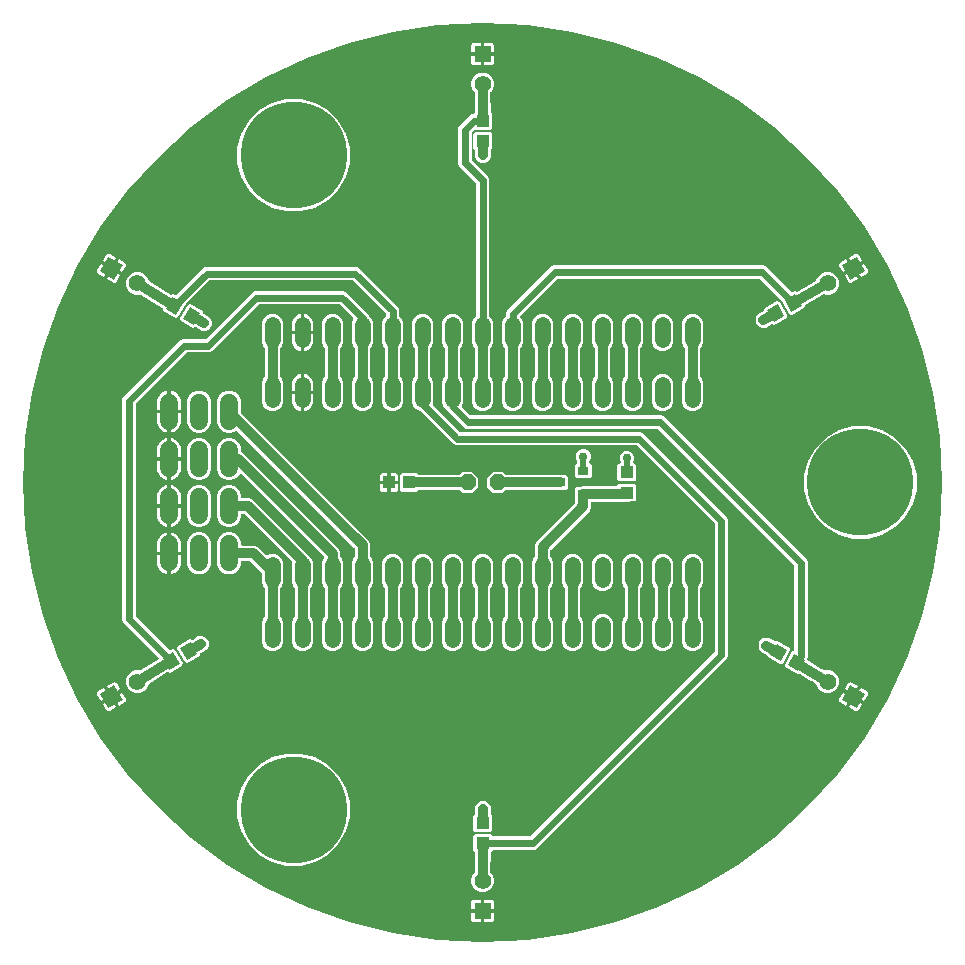
<source format=gbr>
G04 EAGLE Gerber RS-274X export*
G75*
%MOMM*%
%FSLAX34Y34*%
%LPD*%
%INTop Copper*%
%IPPOS*%
%AMOC8*
5,1,8,0,0,1.08239X$1,22.5*%
G01*
%ADD10P,1.429621X8X22.500000*%
%ADD11R,1.000000X1.100000*%
%ADD12R,1.100000X1.000000*%
%ADD13C,1.320800*%
%ADD14C,1.524000*%
%ADD15R,0.900000X0.800000*%
%ADD16R,1.408000X1.408000*%
%ADD17C,1.408000*%
%ADD18R,1.408000X1.408000*%
%ADD19C,9.000000*%
%ADD20C,0.812800*%
%ADD21C,0.756400*%
%ADD22C,0.508000*%
%ADD23C,0.609600*%

G36*
X538099Y112793D02*
X538099Y112793D01*
X538125Y112799D01*
X538173Y112801D01*
X575868Y118392D01*
X575893Y118400D01*
X575942Y118407D01*
X612907Y127666D01*
X612931Y127677D01*
X612979Y127688D01*
X648859Y140526D01*
X648882Y140539D01*
X648928Y140555D01*
X683376Y156848D01*
X683398Y156863D01*
X683442Y156883D01*
X716128Y176474D01*
X716148Y176491D01*
X716190Y176516D01*
X746799Y199216D01*
X746817Y199235D01*
X746856Y199264D01*
X775092Y224855D01*
X775109Y224876D01*
X775145Y224908D01*
X800736Y253144D01*
X800751Y253166D01*
X800784Y253201D01*
X823484Y283810D01*
X823496Y283833D01*
X823526Y283872D01*
X843117Y316558D01*
X843127Y316582D01*
X843152Y316624D01*
X859445Y351072D01*
X859453Y351098D01*
X859474Y351141D01*
X872312Y387021D01*
X872315Y387040D01*
X872321Y387051D01*
X872322Y387061D01*
X872334Y387093D01*
X881593Y424058D01*
X881595Y424085D01*
X881608Y424132D01*
X887199Y461827D01*
X887199Y461853D01*
X887207Y461901D01*
X889076Y499963D01*
X889073Y499989D01*
X889076Y500037D01*
X887207Y538099D01*
X887201Y538125D01*
X887199Y538173D01*
X881608Y575868D01*
X881600Y575893D01*
X881593Y575942D01*
X872334Y612907D01*
X872323Y612931D01*
X872312Y612979D01*
X859474Y648859D01*
X859461Y648882D01*
X859445Y648928D01*
X843152Y683376D01*
X843137Y683398D01*
X843117Y683442D01*
X823526Y716128D01*
X823509Y716148D01*
X823484Y716190D01*
X800784Y746799D01*
X800765Y746817D01*
X800736Y746856D01*
X775145Y775092D01*
X775124Y775109D01*
X775092Y775145D01*
X746856Y800736D01*
X746834Y800751D01*
X746799Y800784D01*
X716190Y823484D01*
X716167Y823496D01*
X716128Y823526D01*
X683442Y843117D01*
X683418Y843127D01*
X683376Y843152D01*
X648928Y859445D01*
X648902Y859453D01*
X648859Y859474D01*
X612979Y872312D01*
X612953Y872317D01*
X612907Y872334D01*
X575942Y881593D01*
X575915Y881595D01*
X575868Y881608D01*
X538173Y887199D01*
X538147Y887199D01*
X538099Y887207D01*
X500037Y889076D01*
X500011Y889073D01*
X499963Y889076D01*
X461901Y887207D01*
X461875Y887201D01*
X461827Y887199D01*
X424132Y881608D01*
X424107Y881600D01*
X424058Y881593D01*
X387093Y872334D01*
X387069Y872323D01*
X387021Y872312D01*
X351141Y859474D01*
X351118Y859461D01*
X351072Y859445D01*
X316624Y843152D01*
X316602Y843137D01*
X316558Y843117D01*
X283872Y823526D01*
X283852Y823509D01*
X283810Y823484D01*
X253201Y800784D01*
X253183Y800765D01*
X253144Y800736D01*
X224908Y775145D01*
X224891Y775124D01*
X224855Y775092D01*
X199264Y746856D01*
X199249Y746834D01*
X199216Y746799D01*
X176516Y716190D01*
X176508Y716176D01*
X176498Y716165D01*
X176491Y716150D01*
X176474Y716128D01*
X156883Y683442D01*
X156873Y683418D01*
X156848Y683376D01*
X140555Y648928D01*
X140547Y648902D01*
X140526Y648859D01*
X127688Y612979D01*
X127683Y612953D01*
X127666Y612907D01*
X118407Y575942D01*
X118405Y575915D01*
X118392Y575868D01*
X112801Y538173D01*
X112801Y538147D01*
X112793Y538099D01*
X110924Y500037D01*
X110927Y500011D01*
X110924Y499963D01*
X112793Y461901D01*
X112799Y461875D01*
X112801Y461827D01*
X118392Y424132D01*
X118400Y424107D01*
X118407Y424058D01*
X127666Y387093D01*
X127677Y387069D01*
X127688Y387021D01*
X140526Y351141D01*
X140539Y351118D01*
X140555Y351072D01*
X156848Y316624D01*
X156863Y316602D01*
X156883Y316558D01*
X176474Y283872D01*
X176491Y283852D01*
X176516Y283810D01*
X199216Y253201D01*
X199235Y253183D01*
X199264Y253144D01*
X224855Y224908D01*
X224876Y224891D01*
X224908Y224855D01*
X253144Y199264D01*
X253166Y199249D01*
X253201Y199216D01*
X283810Y176516D01*
X283830Y176505D01*
X283835Y176501D01*
X283839Y176499D01*
X283872Y176474D01*
X316558Y156883D01*
X316582Y156873D01*
X316624Y156848D01*
X351072Y140555D01*
X351098Y140547D01*
X351141Y140526D01*
X387021Y127688D01*
X387047Y127683D01*
X387093Y127666D01*
X424058Y118407D01*
X424085Y118405D01*
X424132Y118392D01*
X461827Y112801D01*
X461853Y112801D01*
X461901Y112793D01*
X499963Y110924D01*
X499989Y110927D01*
X500037Y110924D01*
X538099Y112793D01*
G37*
%LPC*%
G36*
X498094Y153119D02*
X498094Y153119D01*
X494573Y154578D01*
X491878Y157273D01*
X490419Y160794D01*
X490419Y164606D01*
X491878Y168127D01*
X493259Y169508D01*
X493310Y169579D01*
X493367Y169644D01*
X493381Y169678D01*
X493403Y169708D01*
X493428Y169791D01*
X493461Y169871D01*
X493467Y169918D01*
X493475Y169943D01*
X493474Y169974D01*
X493482Y170037D01*
X493683Y186979D01*
X493669Y187074D01*
X493661Y187169D01*
X493650Y187195D01*
X493646Y187223D01*
X493602Y187308D01*
X493565Y187396D01*
X493543Y187423D01*
X493534Y187441D01*
X493510Y187464D01*
X493460Y187527D01*
X492339Y188648D01*
X492339Y200752D01*
X493828Y202241D01*
X506932Y202241D01*
X508567Y200606D01*
X508576Y200590D01*
X508590Y200576D01*
X508600Y200559D01*
X508679Y200492D01*
X508754Y200420D01*
X508772Y200412D01*
X508787Y200399D01*
X508883Y200360D01*
X508977Y200317D01*
X508997Y200315D01*
X509015Y200307D01*
X509182Y200289D01*
X540050Y200289D01*
X540140Y200303D01*
X540231Y200311D01*
X540261Y200323D01*
X540292Y200328D01*
X540373Y200371D01*
X540457Y200407D01*
X540489Y200433D01*
X540510Y200444D01*
X540532Y200467D01*
X540588Y200512D01*
X696498Y356422D01*
X696551Y356496D01*
X696611Y356565D01*
X696623Y356596D01*
X696642Y356622D01*
X696669Y356709D01*
X696703Y356794D01*
X696707Y356834D01*
X696714Y356857D01*
X696713Y356889D01*
X696721Y356960D01*
X696721Y464730D01*
X696707Y464820D01*
X696699Y464911D01*
X696687Y464941D01*
X696682Y464972D01*
X696639Y465053D01*
X696603Y465137D01*
X696577Y465169D01*
X696566Y465190D01*
X696543Y465212D01*
X696498Y465268D01*
X630368Y531398D01*
X630294Y531451D01*
X630225Y531511D01*
X630194Y531523D01*
X630168Y531542D01*
X630081Y531569D01*
X629996Y531603D01*
X629956Y531607D01*
X629933Y531614D01*
X629901Y531613D01*
X629830Y531621D01*
X477678Y531621D01*
X475624Y532472D01*
X447868Y560228D01*
X447794Y560281D01*
X447725Y560341D01*
X447694Y560353D01*
X447668Y560372D01*
X447581Y560399D01*
X447496Y560433D01*
X447456Y560437D01*
X447433Y560444D01*
X447401Y560443D01*
X447400Y560444D01*
X444020Y561843D01*
X441447Y564416D01*
X440055Y567777D01*
X440055Y584623D01*
X441447Y587984D01*
X442372Y588909D01*
X442425Y588983D01*
X442485Y589052D01*
X442497Y589082D01*
X442516Y589109D01*
X442543Y589196D01*
X442577Y589280D01*
X442581Y589321D01*
X442588Y589344D01*
X442587Y589376D01*
X442595Y589447D01*
X442595Y613753D01*
X442581Y613843D01*
X442573Y613934D01*
X442561Y613964D01*
X442556Y613996D01*
X442513Y614076D01*
X442477Y614160D01*
X442451Y614192D01*
X442440Y614213D01*
X442417Y614235D01*
X442372Y614291D01*
X441447Y615216D01*
X440055Y618577D01*
X440055Y635423D01*
X441447Y638784D01*
X444020Y641357D01*
X447381Y642749D01*
X451019Y642749D01*
X454380Y641357D01*
X456953Y638784D01*
X458345Y635423D01*
X458345Y618577D01*
X456953Y615216D01*
X456028Y614291D01*
X455975Y614217D01*
X455915Y614148D01*
X455903Y614118D01*
X455884Y614091D01*
X455857Y614004D01*
X455823Y613920D01*
X455819Y613879D01*
X455812Y613856D01*
X455813Y613824D01*
X455805Y613753D01*
X455805Y589447D01*
X455819Y589357D01*
X455827Y589266D01*
X455839Y589236D01*
X455844Y589204D01*
X455887Y589124D01*
X455923Y589040D01*
X455949Y589008D01*
X455960Y588987D01*
X455983Y588965D01*
X456028Y588909D01*
X456953Y587984D01*
X458345Y584623D01*
X458345Y567777D01*
X457890Y566679D01*
X457863Y566565D01*
X457834Y566451D01*
X457835Y566445D01*
X457834Y566439D01*
X457845Y566323D01*
X457854Y566206D01*
X457856Y566200D01*
X457857Y566194D01*
X457904Y566087D01*
X457950Y565980D01*
X457955Y565974D01*
X457957Y565969D01*
X457969Y565956D01*
X458055Y565849D01*
X480882Y543022D01*
X480956Y542969D01*
X481025Y542909D01*
X481056Y542897D01*
X481082Y542878D01*
X481169Y542851D01*
X481254Y542817D01*
X481294Y542813D01*
X481317Y542806D01*
X481349Y542807D01*
X481420Y542799D01*
X633572Y542799D01*
X635626Y541948D01*
X637305Y540269D01*
X705369Y472205D01*
X707048Y470526D01*
X707899Y468472D01*
X707899Y353218D01*
X707048Y351164D01*
X545846Y189962D01*
X543792Y189111D01*
X509182Y189111D01*
X509162Y189108D01*
X509143Y189110D01*
X509041Y189088D01*
X508939Y189072D01*
X508922Y189062D01*
X508902Y189058D01*
X508813Y189005D01*
X508722Y188956D01*
X508708Y188942D01*
X508691Y188932D01*
X508624Y188853D01*
X508576Y188803D01*
X507114Y187341D01*
X507064Y187271D01*
X507007Y187206D01*
X506992Y187172D01*
X506971Y187142D01*
X506945Y187059D01*
X506912Y186979D01*
X506906Y186931D01*
X506899Y186906D01*
X506899Y186876D01*
X506892Y186812D01*
X506691Y169883D01*
X506705Y169788D01*
X506712Y169693D01*
X506723Y169668D01*
X506727Y169640D01*
X506771Y169555D01*
X506809Y169467D01*
X506830Y169440D01*
X506840Y169421D01*
X506864Y169398D01*
X506913Y169336D01*
X508122Y168127D01*
X509581Y164606D01*
X509581Y160794D01*
X508122Y157273D01*
X505427Y154578D01*
X501906Y153119D01*
X498094Y153119D01*
G37*
%LPD*%
%LPC*%
G36*
X205893Y321769D02*
X205893Y321769D01*
X202371Y323228D01*
X199676Y325923D01*
X198218Y329444D01*
X198218Y333256D01*
X199676Y336777D01*
X202371Y339472D01*
X205893Y340931D01*
X209704Y340931D01*
X210020Y340800D01*
X210046Y340794D01*
X210070Y340781D01*
X210165Y340766D01*
X210259Y340744D01*
X210286Y340746D01*
X210312Y340742D01*
X210408Y340758D01*
X210504Y340767D01*
X210529Y340778D01*
X210555Y340782D01*
X210707Y340853D01*
X225932Y350122D01*
X226016Y350194D01*
X226102Y350262D01*
X226109Y350274D01*
X226119Y350282D01*
X226175Y350377D01*
X226235Y350469D01*
X226238Y350482D01*
X226245Y350493D01*
X226268Y350601D01*
X226295Y350708D01*
X226294Y350721D01*
X226297Y350734D01*
X226284Y350843D01*
X226276Y350953D01*
X226271Y350965D01*
X226269Y350978D01*
X226222Y351079D01*
X226180Y351179D01*
X226170Y351192D01*
X226165Y351201D01*
X226146Y351222D01*
X226075Y351310D01*
X195922Y381463D01*
X195071Y383517D01*
X195071Y570072D01*
X195922Y572126D01*
X244484Y620688D01*
X246538Y621539D01*
X265340Y621539D01*
X265430Y621553D01*
X265521Y621561D01*
X265551Y621573D01*
X265582Y621578D01*
X265663Y621621D01*
X265747Y621657D01*
X265779Y621683D01*
X265800Y621694D01*
X265822Y621717D01*
X265878Y621762D01*
X305444Y661328D01*
X307498Y662179D01*
X382112Y662179D01*
X384166Y661328D01*
X385845Y659649D01*
X403138Y642356D01*
X403474Y641545D01*
X403508Y641489D01*
X403534Y641429D01*
X403586Y641364D01*
X403603Y641336D01*
X403619Y641323D01*
X403639Y641298D01*
X406153Y638784D01*
X407545Y635423D01*
X407545Y618577D01*
X406153Y615216D01*
X405228Y614291D01*
X405175Y614217D01*
X405115Y614148D01*
X405103Y614118D01*
X405084Y614091D01*
X405057Y614004D01*
X405023Y613920D01*
X405019Y613879D01*
X405012Y613856D01*
X405013Y613824D01*
X405005Y613753D01*
X405005Y589447D01*
X405019Y589357D01*
X405027Y589266D01*
X405039Y589236D01*
X405044Y589204D01*
X405087Y589124D01*
X405123Y589040D01*
X405149Y589008D01*
X405160Y588987D01*
X405183Y588965D01*
X405228Y588909D01*
X406153Y587984D01*
X407545Y584623D01*
X407545Y567777D01*
X406153Y564416D01*
X403580Y561843D01*
X400219Y560451D01*
X396581Y560451D01*
X393220Y561843D01*
X390647Y564416D01*
X389255Y567777D01*
X389255Y584623D01*
X390647Y587984D01*
X391572Y588909D01*
X391625Y588983D01*
X391685Y589052D01*
X391697Y589082D01*
X391716Y589109D01*
X391743Y589196D01*
X391777Y589280D01*
X391781Y589321D01*
X391788Y589344D01*
X391787Y589376D01*
X391795Y589447D01*
X391795Y613753D01*
X391781Y613843D01*
X391773Y613934D01*
X391761Y613964D01*
X391756Y613996D01*
X391713Y614076D01*
X391677Y614160D01*
X391651Y614192D01*
X391640Y614213D01*
X391617Y614235D01*
X391572Y614291D01*
X390647Y615216D01*
X389255Y618577D01*
X389255Y635423D01*
X390527Y638494D01*
X390554Y638608D01*
X390583Y638721D01*
X390582Y638728D01*
X390584Y638734D01*
X390573Y638850D01*
X390564Y638967D01*
X390561Y638972D01*
X390561Y638979D01*
X390513Y639086D01*
X390467Y639193D01*
X390463Y639199D01*
X390461Y639203D01*
X390448Y639217D01*
X390362Y639324D01*
X378908Y650778D01*
X378834Y650831D01*
X378765Y650891D01*
X378734Y650903D01*
X378708Y650922D01*
X378621Y650949D01*
X378536Y650983D01*
X378496Y650987D01*
X378473Y650994D01*
X378441Y650993D01*
X378370Y651001D01*
X311240Y651001D01*
X311150Y650987D01*
X311059Y650979D01*
X311029Y650967D01*
X310998Y650962D01*
X310917Y650919D01*
X310833Y650883D01*
X310801Y650857D01*
X310780Y650846D01*
X310758Y650823D01*
X310702Y650778D01*
X271136Y611212D01*
X269082Y610361D01*
X250280Y610361D01*
X250190Y610347D01*
X250099Y610339D01*
X250069Y610327D01*
X250038Y610322D01*
X249957Y610279D01*
X249873Y610243D01*
X249841Y610217D01*
X249820Y610206D01*
X249798Y610183D01*
X249742Y610138D01*
X206472Y566868D01*
X206419Y566794D01*
X206359Y566725D01*
X206347Y566694D01*
X206328Y566668D01*
X206301Y566581D01*
X206267Y566496D01*
X206263Y566456D01*
X206256Y566433D01*
X206257Y566401D01*
X206249Y566330D01*
X206249Y387259D01*
X206254Y387229D01*
X206252Y387217D01*
X206264Y387164D01*
X206271Y387078D01*
X206283Y387048D01*
X206288Y387016D01*
X206301Y386992D01*
X206305Y386977D01*
X206336Y386924D01*
X206367Y386852D01*
X206393Y386820D01*
X206404Y386799D01*
X206420Y386783D01*
X206431Y386766D01*
X206447Y386752D01*
X206472Y386721D01*
X235190Y358002D01*
X235226Y357977D01*
X235255Y357944D01*
X235325Y357905D01*
X235390Y357859D01*
X235432Y357846D01*
X235470Y357824D01*
X235549Y357810D01*
X235625Y357786D01*
X235669Y357787D01*
X235712Y357779D01*
X235791Y357791D01*
X235871Y357793D01*
X235912Y357808D01*
X235956Y357814D01*
X236089Y357872D01*
X236102Y357877D01*
X236105Y357879D01*
X236109Y357881D01*
X237700Y358800D01*
X239733Y358255D01*
X246285Y346906D01*
X245741Y344873D01*
X235258Y338820D01*
X233846Y339199D01*
X233746Y339209D01*
X233647Y339225D01*
X233624Y339221D01*
X233601Y339223D01*
X233504Y339201D01*
X233405Y339185D01*
X233378Y339172D01*
X233361Y339168D01*
X233333Y339151D01*
X233253Y339114D01*
X217595Y329581D01*
X217570Y329560D01*
X217540Y329545D01*
X217477Y329480D01*
X217408Y329421D01*
X217391Y329393D01*
X217368Y329370D01*
X217287Y329223D01*
X215921Y325923D01*
X213226Y323228D01*
X209704Y321769D01*
X205893Y321769D01*
G37*
%LPD*%
%LPC*%
G36*
X813741Y452459D02*
X813741Y452459D01*
X801650Y455699D01*
X790809Y461958D01*
X781958Y470809D01*
X775699Y481650D01*
X772459Y493741D01*
X772459Y506259D01*
X775699Y518350D01*
X781958Y529191D01*
X790809Y538042D01*
X801650Y544301D01*
X813741Y547541D01*
X826259Y547541D01*
X838350Y544301D01*
X849191Y538042D01*
X858042Y529191D01*
X864301Y518350D01*
X867541Y506259D01*
X867541Y493741D01*
X864301Y481650D01*
X858042Y470809D01*
X849191Y461958D01*
X838350Y455699D01*
X826259Y452459D01*
X813741Y452459D01*
G37*
%LPD*%
%LPC*%
G36*
X333741Y175359D02*
X333741Y175359D01*
X321650Y178599D01*
X310809Y184858D01*
X301958Y193709D01*
X295699Y204550D01*
X292459Y216641D01*
X292459Y229159D01*
X295699Y241250D01*
X301958Y252091D01*
X310809Y260942D01*
X321650Y267201D01*
X333741Y270441D01*
X346259Y270441D01*
X358350Y267201D01*
X369191Y260942D01*
X378042Y252091D01*
X384301Y241250D01*
X387541Y229159D01*
X387541Y216641D01*
X384301Y204550D01*
X378042Y193709D01*
X369191Y184858D01*
X358350Y178599D01*
X346259Y175359D01*
X333741Y175359D01*
G37*
%LPD*%
%LPC*%
G36*
X333741Y729559D02*
X333741Y729559D01*
X321650Y732799D01*
X310809Y739058D01*
X301958Y747909D01*
X295699Y758750D01*
X292459Y770841D01*
X292459Y783359D01*
X295699Y795450D01*
X301958Y806291D01*
X310809Y815142D01*
X321650Y821401D01*
X333741Y824641D01*
X346259Y824641D01*
X358350Y821401D01*
X369191Y815142D01*
X378042Y806291D01*
X384301Y795450D01*
X387541Y783359D01*
X387541Y770841D01*
X384301Y758750D01*
X378042Y747909D01*
X369191Y739058D01*
X358350Y732799D01*
X346259Y729559D01*
X333741Y729559D01*
G37*
%LPD*%
%LPC*%
G36*
X790196Y321769D02*
X790196Y321769D01*
X786674Y323228D01*
X783979Y325923D01*
X782609Y329231D01*
X782592Y329259D01*
X782582Y329290D01*
X782527Y329363D01*
X782479Y329440D01*
X782454Y329461D01*
X782435Y329487D01*
X782302Y329590D01*
X781544Y330052D01*
X781543Y330052D01*
X780295Y330813D01*
X780295Y330814D01*
X779047Y331575D01*
X777798Y332336D01*
X776550Y333097D01*
X775302Y333859D01*
X775301Y333859D01*
X774053Y334620D01*
X772805Y335381D01*
X771556Y336142D01*
X770308Y336904D01*
X769060Y337665D01*
X769059Y337665D01*
X768770Y337841D01*
X768677Y337879D01*
X768587Y337922D01*
X768564Y337925D01*
X768542Y337934D01*
X768442Y337940D01*
X768343Y337952D01*
X768314Y337948D01*
X768297Y337949D01*
X768265Y337940D01*
X768177Y337927D01*
X766772Y337550D01*
X756289Y343603D01*
X755745Y345636D01*
X762297Y356985D01*
X763467Y357298D01*
X763507Y357316D01*
X763550Y357326D01*
X763619Y357367D01*
X763691Y357400D01*
X763723Y357429D01*
X763761Y357452D01*
X763813Y357513D01*
X763871Y357567D01*
X763892Y357605D01*
X763921Y357639D01*
X763951Y357713D01*
X763989Y357783D01*
X763996Y357826D01*
X764013Y357867D01*
X764029Y358012D01*
X764031Y358025D01*
X764031Y358029D01*
X764031Y358034D01*
X764031Y429170D01*
X764017Y429260D01*
X764009Y429351D01*
X763997Y429381D01*
X763992Y429412D01*
X763949Y429493D01*
X763913Y429577D01*
X763887Y429609D01*
X763876Y429630D01*
X763853Y429652D01*
X763808Y429708D01*
X648148Y545368D01*
X648074Y545421D01*
X648005Y545481D01*
X647974Y545493D01*
X647948Y545512D01*
X647861Y545539D01*
X647776Y545573D01*
X647736Y545577D01*
X647713Y545584D01*
X647681Y545583D01*
X647610Y545591D01*
X486568Y545591D01*
X484514Y546442D01*
X469862Y561094D01*
X469700Y561486D01*
X469651Y561564D01*
X469639Y561589D01*
X469632Y561605D01*
X469628Y561610D01*
X469610Y561646D01*
X469587Y561668D01*
X469570Y561695D01*
X469540Y561720D01*
X469527Y561736D01*
X466847Y564416D01*
X465455Y567777D01*
X465455Y584623D01*
X466847Y587984D01*
X467772Y588909D01*
X467825Y588983D01*
X467885Y589052D01*
X467897Y589082D01*
X467916Y589109D01*
X467943Y589196D01*
X467977Y589280D01*
X467981Y589321D01*
X467988Y589344D01*
X467987Y589376D01*
X467995Y589447D01*
X467995Y613753D01*
X467981Y613843D01*
X467973Y613934D01*
X467961Y613964D01*
X467956Y613996D01*
X467913Y614076D01*
X467877Y614160D01*
X467851Y614192D01*
X467840Y614213D01*
X467817Y614235D01*
X467772Y614291D01*
X466847Y615216D01*
X465455Y618577D01*
X465455Y635423D01*
X466847Y638784D01*
X469420Y641357D01*
X472781Y642749D01*
X476419Y642749D01*
X479780Y641357D01*
X482353Y638784D01*
X483745Y635423D01*
X483745Y618577D01*
X482353Y615216D01*
X481428Y614291D01*
X481375Y614217D01*
X481315Y614148D01*
X481303Y614118D01*
X481284Y614091D01*
X481257Y614004D01*
X481223Y613920D01*
X481219Y613879D01*
X481212Y613856D01*
X481213Y613824D01*
X481205Y613753D01*
X481205Y589447D01*
X481219Y589357D01*
X481227Y589266D01*
X481239Y589236D01*
X481244Y589204D01*
X481287Y589124D01*
X481323Y589040D01*
X481349Y589008D01*
X481360Y588987D01*
X481383Y588965D01*
X481428Y588909D01*
X482353Y587984D01*
X483745Y584623D01*
X483745Y567777D01*
X482546Y564882D01*
X482537Y564846D01*
X482531Y564833D01*
X482528Y564809D01*
X482519Y564769D01*
X482491Y564655D01*
X482491Y564649D01*
X482490Y564643D01*
X482501Y564526D01*
X482510Y564410D01*
X482512Y564404D01*
X482513Y564398D01*
X482561Y564290D01*
X482606Y564184D01*
X482611Y564178D01*
X482613Y564173D01*
X482625Y564160D01*
X482711Y564053D01*
X489772Y556992D01*
X489846Y556939D01*
X489915Y556879D01*
X489946Y556867D01*
X489972Y556848D01*
X490059Y556821D01*
X490144Y556787D01*
X490184Y556783D01*
X490207Y556776D01*
X490239Y556777D01*
X490310Y556769D01*
X651352Y556769D01*
X653406Y555918D01*
X774358Y434966D01*
X775209Y432912D01*
X775209Y351948D01*
X774991Y351422D01*
X774981Y351381D01*
X774963Y351344D01*
X774953Y351262D01*
X774935Y351183D01*
X774938Y351141D01*
X774933Y351100D01*
X774957Y350945D01*
X774958Y350938D01*
X774958Y350936D01*
X774959Y350934D01*
X775326Y349561D01*
X775360Y349486D01*
X775386Y349408D01*
X775411Y349375D01*
X775428Y349337D01*
X775483Y349277D01*
X775533Y349211D01*
X775576Y349177D01*
X775595Y349157D01*
X775621Y349143D01*
X775665Y349108D01*
X776592Y348543D01*
X777841Y347782D01*
X779089Y347021D01*
X780337Y346259D01*
X781586Y345498D01*
X782834Y344737D01*
X784082Y343976D01*
X784083Y343976D01*
X785331Y343214D01*
X786579Y342453D01*
X787828Y341692D01*
X789076Y340931D01*
X789199Y340856D01*
X789224Y340846D01*
X789245Y340830D01*
X789337Y340800D01*
X789427Y340763D01*
X789454Y340762D01*
X789479Y340753D01*
X789576Y340754D01*
X789672Y340749D01*
X789698Y340756D01*
X789725Y340756D01*
X789886Y340803D01*
X790196Y340931D01*
X794007Y340931D01*
X797529Y339472D01*
X800224Y336777D01*
X801682Y333256D01*
X801682Y329444D01*
X800224Y325923D01*
X797529Y323228D01*
X794007Y321769D01*
X790196Y321769D01*
G37*
%LPD*%
%LPC*%
G36*
X523581Y560451D02*
X523581Y560451D01*
X520220Y561843D01*
X517647Y564416D01*
X516255Y567777D01*
X516255Y584623D01*
X517647Y587984D01*
X518572Y588909D01*
X518625Y588983D01*
X518685Y589052D01*
X518697Y589082D01*
X518716Y589109D01*
X518743Y589196D01*
X518777Y589280D01*
X518781Y589321D01*
X518788Y589344D01*
X518787Y589376D01*
X518795Y589447D01*
X518795Y613753D01*
X518781Y613843D01*
X518773Y613934D01*
X518761Y613964D01*
X518756Y613996D01*
X518713Y614076D01*
X518677Y614160D01*
X518651Y614192D01*
X518640Y614213D01*
X518617Y614235D01*
X518572Y614291D01*
X517647Y615216D01*
X516255Y618577D01*
X516255Y635423D01*
X517647Y638784D01*
X519588Y640725D01*
X519641Y640799D01*
X519701Y640868D01*
X519713Y640898D01*
X519732Y640925D01*
X519759Y641012D01*
X519793Y641096D01*
X519797Y641137D01*
X519804Y641160D01*
X519803Y641192D01*
X519811Y641263D01*
X519811Y643352D01*
X520662Y645406D01*
X556495Y681239D01*
X558174Y682918D01*
X560228Y683769D01*
X737893Y683769D01*
X739947Y682918D01*
X741626Y681239D01*
X761723Y661142D01*
X761758Y661117D01*
X761788Y661084D01*
X761858Y661045D01*
X761922Y660999D01*
X761964Y660986D01*
X762003Y660964D01*
X762081Y660950D01*
X762157Y660926D01*
X762201Y660927D01*
X762244Y660919D01*
X762323Y660931D01*
X762403Y660933D01*
X762445Y660948D01*
X762488Y660954D01*
X762621Y661012D01*
X762634Y661017D01*
X762637Y661019D01*
X762642Y661021D01*
X764232Y661940D01*
X765916Y661489D01*
X766005Y661480D01*
X766094Y661463D01*
X766127Y661467D01*
X766160Y661464D01*
X766248Y661484D01*
X766338Y661497D01*
X766377Y661514D01*
X766400Y661519D01*
X766427Y661536D01*
X766492Y661564D01*
X782410Y670702D01*
X782443Y670729D01*
X782481Y670748D01*
X782538Y670806D01*
X782601Y670857D01*
X782623Y670893D01*
X782653Y670924D01*
X782726Y671056D01*
X782732Y671065D01*
X782732Y671068D01*
X782734Y671071D01*
X783979Y674077D01*
X786674Y676772D01*
X790196Y678231D01*
X794007Y678231D01*
X797529Y676772D01*
X800224Y674077D01*
X801682Y670556D01*
X801682Y666744D01*
X800224Y663223D01*
X797529Y660528D01*
X794007Y659069D01*
X790196Y659069D01*
X789660Y659291D01*
X789644Y659295D01*
X789629Y659303D01*
X789524Y659323D01*
X789421Y659347D01*
X789404Y659346D01*
X789387Y659349D01*
X789282Y659334D01*
X789176Y659324D01*
X789160Y659317D01*
X789144Y659315D01*
X788990Y659248D01*
X773066Y650107D01*
X772995Y650049D01*
X772919Y649996D01*
X772900Y649971D01*
X772876Y649951D01*
X772827Y649874D01*
X772771Y649800D01*
X772757Y649763D01*
X772744Y649743D01*
X772737Y649712D01*
X772710Y649644D01*
X772273Y648013D01*
X761790Y641960D01*
X759757Y642505D01*
X753256Y653765D01*
X753246Y653777D01*
X753240Y653791D01*
X753135Y653922D01*
X734689Y672368D01*
X734615Y672421D01*
X734546Y672481D01*
X734516Y672493D01*
X734489Y672512D01*
X734403Y672539D01*
X734318Y672573D01*
X734277Y672577D01*
X734254Y672584D01*
X734222Y672583D01*
X734151Y672591D01*
X563970Y672591D01*
X563880Y672577D01*
X563789Y672569D01*
X563759Y672557D01*
X563728Y672552D01*
X563647Y672509D01*
X563563Y672473D01*
X563531Y672447D01*
X563510Y672436D01*
X563488Y672413D01*
X563432Y672368D01*
X532038Y640975D01*
X532027Y640959D01*
X532011Y640946D01*
X531955Y640859D01*
X531895Y640775D01*
X531889Y640756D01*
X531878Y640739D01*
X531853Y640639D01*
X531823Y640540D01*
X531823Y640520D01*
X531818Y640501D01*
X531826Y640398D01*
X531829Y640294D01*
X531836Y640275D01*
X531837Y640255D01*
X531878Y640161D01*
X531913Y640063D01*
X531926Y640047D01*
X531934Y640029D01*
X532038Y639898D01*
X533153Y638784D01*
X534545Y635423D01*
X534545Y618577D01*
X533153Y615216D01*
X532228Y614291D01*
X532175Y614217D01*
X532115Y614148D01*
X532103Y614118D01*
X532084Y614091D01*
X532057Y614004D01*
X532023Y613920D01*
X532019Y613879D01*
X532012Y613856D01*
X532013Y613824D01*
X532005Y613753D01*
X532005Y589447D01*
X532019Y589357D01*
X532027Y589266D01*
X532039Y589236D01*
X532044Y589204D01*
X532087Y589124D01*
X532123Y589040D01*
X532149Y589008D01*
X532160Y588987D01*
X532183Y588965D01*
X532228Y588909D01*
X533153Y587984D01*
X534545Y584623D01*
X534545Y567777D01*
X533153Y564416D01*
X530580Y561843D01*
X527219Y560451D01*
X523581Y560451D01*
G37*
%LPD*%
%LPC*%
G36*
X421981Y560451D02*
X421981Y560451D01*
X418620Y561843D01*
X416047Y564416D01*
X414655Y567777D01*
X414655Y584623D01*
X416047Y587984D01*
X416972Y588909D01*
X417025Y588983D01*
X417085Y589052D01*
X417097Y589082D01*
X417116Y589109D01*
X417143Y589196D01*
X417177Y589280D01*
X417181Y589321D01*
X417188Y589344D01*
X417187Y589376D01*
X417195Y589447D01*
X417195Y613753D01*
X417181Y613843D01*
X417173Y613934D01*
X417161Y613964D01*
X417156Y613996D01*
X417113Y614076D01*
X417077Y614160D01*
X417051Y614192D01*
X417040Y614213D01*
X417017Y614235D01*
X416972Y614291D01*
X416047Y615216D01*
X414655Y618577D01*
X414655Y635423D01*
X416047Y638784D01*
X417988Y640725D01*
X418041Y640799D01*
X418101Y640868D01*
X418113Y640898D01*
X418132Y640925D01*
X418159Y641012D01*
X418193Y641096D01*
X418197Y641137D01*
X418204Y641160D01*
X418203Y641192D01*
X418211Y641263D01*
X418211Y642910D01*
X418197Y643000D01*
X418189Y643091D01*
X418177Y643121D01*
X418172Y643152D01*
X418129Y643233D01*
X418093Y643317D01*
X418067Y643349D01*
X418056Y643370D01*
X418033Y643392D01*
X417988Y643448D01*
X390338Y671098D01*
X390264Y671151D01*
X390195Y671211D01*
X390164Y671223D01*
X390138Y671242D01*
X390051Y671269D01*
X389966Y671303D01*
X389926Y671307D01*
X389903Y671314D01*
X389871Y671313D01*
X389800Y671321D01*
X269149Y671321D01*
X269059Y671307D01*
X268968Y671299D01*
X268938Y671287D01*
X268906Y671282D01*
X268826Y671239D01*
X268742Y671203D01*
X268710Y671177D01*
X268689Y671166D01*
X268667Y671143D01*
X268611Y671098D01*
X248895Y651382D01*
X248886Y651369D01*
X248873Y651360D01*
X248774Y651225D01*
X242273Y639965D01*
X240240Y639420D01*
X229757Y645473D01*
X229230Y647440D01*
X229197Y647514D01*
X229172Y647590D01*
X229146Y647625D01*
X229128Y647665D01*
X229074Y647723D01*
X229026Y647788D01*
X228981Y647824D01*
X228961Y647845D01*
X228936Y647858D01*
X228894Y647892D01*
X210664Y659126D01*
X210638Y659137D01*
X210615Y659154D01*
X210525Y659183D01*
X210437Y659219D01*
X210408Y659221D01*
X210381Y659230D01*
X210286Y659229D01*
X210191Y659235D01*
X210164Y659228D01*
X210135Y659228D01*
X209974Y659181D01*
X209704Y659069D01*
X205893Y659069D01*
X202371Y660528D01*
X199676Y663223D01*
X198218Y666744D01*
X198218Y670556D01*
X199676Y674077D01*
X202371Y676772D01*
X205893Y678231D01*
X209704Y678231D01*
X213226Y676772D01*
X215921Y674077D01*
X217314Y670714D01*
X217330Y670687D01*
X217339Y670658D01*
X217395Y670583D01*
X217443Y670505D01*
X217467Y670485D01*
X217485Y670460D01*
X217618Y670357D01*
X235846Y659124D01*
X235940Y659085D01*
X236032Y659041D01*
X236053Y659038D01*
X236073Y659030D01*
X236175Y659023D01*
X236276Y659011D01*
X236302Y659015D01*
X236319Y659014D01*
X236350Y659022D01*
X236442Y659036D01*
X237798Y659400D01*
X239388Y658481D01*
X239429Y658466D01*
X239466Y658442D01*
X239544Y658422D01*
X239618Y658394D01*
X239662Y658393D01*
X239705Y658382D01*
X239784Y658388D01*
X239864Y658385D01*
X239906Y658398D01*
X239950Y658401D01*
X240023Y658432D01*
X240100Y658455D01*
X240136Y658480D01*
X240176Y658497D01*
X240290Y658588D01*
X240301Y658596D01*
X240303Y658599D01*
X240307Y658602D01*
X261674Y679969D01*
X263353Y681648D01*
X265407Y682499D01*
X393542Y682499D01*
X395596Y681648D01*
X428538Y648706D01*
X429389Y646652D01*
X429389Y641263D01*
X429403Y641173D01*
X429411Y641082D01*
X429423Y641052D01*
X429428Y641020D01*
X429471Y640940D01*
X429507Y640856D01*
X429533Y640824D01*
X429544Y640803D01*
X429567Y640781D01*
X429612Y640725D01*
X431553Y638784D01*
X432945Y635423D01*
X432945Y618577D01*
X431553Y615216D01*
X430628Y614291D01*
X430575Y614217D01*
X430515Y614148D01*
X430503Y614118D01*
X430484Y614091D01*
X430457Y614004D01*
X430423Y613920D01*
X430419Y613879D01*
X430412Y613856D01*
X430413Y613824D01*
X430405Y613753D01*
X430405Y589447D01*
X430419Y589357D01*
X430427Y589266D01*
X430439Y589236D01*
X430444Y589204D01*
X430487Y589124D01*
X430523Y589040D01*
X430549Y589008D01*
X430560Y588987D01*
X430583Y588965D01*
X430628Y588909D01*
X431553Y587984D01*
X432945Y584623D01*
X432945Y567777D01*
X431553Y564416D01*
X428980Y561843D01*
X425619Y560451D01*
X421981Y560451D01*
G37*
%LPD*%
%LPC*%
G36*
X396581Y357251D02*
X396581Y357251D01*
X393220Y358643D01*
X390647Y361216D01*
X389255Y364577D01*
X389255Y381423D01*
X390647Y384784D01*
X391572Y385709D01*
X391625Y385783D01*
X391685Y385852D01*
X391697Y385882D01*
X391716Y385909D01*
X391743Y385996D01*
X391777Y386080D01*
X391781Y386121D01*
X391788Y386144D01*
X391787Y386176D01*
X391795Y386247D01*
X391795Y410553D01*
X391781Y410643D01*
X391773Y410734D01*
X391761Y410764D01*
X391756Y410796D01*
X391713Y410876D01*
X391677Y410960D01*
X391651Y410992D01*
X391640Y411013D01*
X391617Y411035D01*
X391572Y411091D01*
X390647Y412016D01*
X389255Y415377D01*
X389255Y432223D01*
X390647Y435584D01*
X391572Y436509D01*
X391625Y436583D01*
X391685Y436652D01*
X391697Y436682D01*
X391716Y436709D01*
X391743Y436796D01*
X391777Y436880D01*
X391781Y436921D01*
X391788Y436944D01*
X391787Y436976D01*
X391795Y437047D01*
X391795Y443949D01*
X391781Y444039D01*
X391773Y444130D01*
X391761Y444160D01*
X391756Y444192D01*
X391713Y444272D01*
X391677Y444356D01*
X391651Y444388D01*
X391640Y444409D01*
X391617Y444431D01*
X391572Y444487D01*
X292263Y543797D01*
X292247Y543808D01*
X292234Y543824D01*
X292147Y543880D01*
X292063Y543940D01*
X292044Y543946D01*
X292027Y543957D01*
X291927Y543982D01*
X291828Y544013D01*
X291808Y544012D01*
X291789Y544017D01*
X291686Y544009D01*
X291582Y544006D01*
X291563Y543999D01*
X291543Y543998D01*
X291448Y543957D01*
X291351Y543922D01*
X291335Y543909D01*
X291317Y543902D01*
X291186Y543797D01*
X291156Y543766D01*
X287421Y542219D01*
X283379Y542219D01*
X279644Y543766D01*
X276786Y546624D01*
X275239Y550359D01*
X275239Y569641D01*
X276786Y573376D01*
X279644Y576234D01*
X283379Y577781D01*
X287421Y577781D01*
X291156Y576234D01*
X294014Y573376D01*
X295561Y569641D01*
X295561Y559495D01*
X295575Y559405D01*
X295583Y559314D01*
X295595Y559284D01*
X295600Y559252D01*
X295643Y559172D01*
X295679Y559088D01*
X295705Y559056D01*
X295716Y559035D01*
X295739Y559013D01*
X295784Y558957D01*
X403999Y450741D01*
X405005Y448314D01*
X405005Y437047D01*
X405019Y436957D01*
X405027Y436866D01*
X405039Y436836D01*
X405044Y436804D01*
X405087Y436724D01*
X405123Y436640D01*
X405149Y436608D01*
X405160Y436587D01*
X405183Y436565D01*
X405228Y436509D01*
X406153Y435584D01*
X407545Y432223D01*
X407545Y415377D01*
X406153Y412016D01*
X405228Y411091D01*
X405175Y411017D01*
X405115Y410948D01*
X405103Y410918D01*
X405084Y410891D01*
X405057Y410804D01*
X405023Y410720D01*
X405019Y410679D01*
X405012Y410656D01*
X405013Y410624D01*
X405005Y410553D01*
X405005Y386247D01*
X405019Y386157D01*
X405027Y386066D01*
X405039Y386036D01*
X405044Y386004D01*
X405087Y385924D01*
X405123Y385840D01*
X405149Y385808D01*
X405160Y385787D01*
X405183Y385765D01*
X405228Y385709D01*
X406153Y384784D01*
X407545Y381423D01*
X407545Y364577D01*
X406153Y361216D01*
X403580Y358643D01*
X400219Y357251D01*
X396581Y357251D01*
G37*
%LPD*%
%LPC*%
G36*
X498181Y560451D02*
X498181Y560451D01*
X494820Y561843D01*
X492247Y564416D01*
X490855Y567777D01*
X490855Y584623D01*
X492247Y587984D01*
X493172Y588909D01*
X493225Y588983D01*
X493285Y589052D01*
X493297Y589082D01*
X493316Y589109D01*
X493343Y589196D01*
X493377Y589280D01*
X493381Y589321D01*
X493388Y589344D01*
X493387Y589376D01*
X493395Y589447D01*
X493395Y613753D01*
X493381Y613843D01*
X493373Y613934D01*
X493361Y613964D01*
X493356Y613996D01*
X493313Y614076D01*
X493277Y614160D01*
X493251Y614192D01*
X493240Y614213D01*
X493217Y614235D01*
X493172Y614291D01*
X492247Y615216D01*
X490855Y618577D01*
X490855Y635423D01*
X492247Y638784D01*
X494188Y640725D01*
X494241Y640799D01*
X494301Y640868D01*
X494313Y640898D01*
X494332Y640925D01*
X494359Y641012D01*
X494393Y641096D01*
X494397Y641137D01*
X494404Y641160D01*
X494403Y641192D01*
X494411Y641263D01*
X494411Y753400D01*
X494397Y753490D01*
X494389Y753581D01*
X494377Y753611D01*
X494372Y753642D01*
X494329Y753723D01*
X494293Y753807D01*
X494267Y753839D01*
X494256Y753860D01*
X494233Y753882D01*
X494220Y753899D01*
X494214Y753909D01*
X494207Y753914D01*
X494188Y753938D01*
X480402Y767724D01*
X479551Y769778D01*
X479551Y799942D01*
X480402Y801996D01*
X489204Y810798D01*
X491258Y811649D01*
X491578Y811649D01*
X491598Y811652D01*
X491617Y811650D01*
X491719Y811672D01*
X491821Y811688D01*
X491838Y811698D01*
X491858Y811702D01*
X491947Y811755D01*
X492038Y811804D01*
X492052Y811818D01*
X492069Y811828D01*
X492136Y811907D01*
X492184Y811957D01*
X493458Y813231D01*
X493514Y813309D01*
X493575Y813382D01*
X493585Y813408D01*
X493602Y813431D01*
X493630Y813522D01*
X493664Y813612D01*
X493668Y813646D01*
X493674Y813666D01*
X493673Y813699D01*
X493681Y813779D01*
X493484Y829961D01*
X493469Y830046D01*
X493462Y830132D01*
X493448Y830166D01*
X493441Y830203D01*
X493400Y830279D01*
X493366Y830359D01*
X493336Y830396D01*
X493324Y830419D01*
X493301Y830440D01*
X493261Y830490D01*
X491878Y831873D01*
X490419Y835394D01*
X490419Y839206D01*
X491878Y842727D01*
X494573Y845422D01*
X498094Y846881D01*
X501906Y846881D01*
X505427Y845422D01*
X508122Y842727D01*
X509581Y839206D01*
X509581Y835394D01*
X508122Y831873D01*
X506915Y830666D01*
X506860Y830589D01*
X506798Y830515D01*
X506788Y830489D01*
X506772Y830467D01*
X506744Y830375D01*
X506709Y830286D01*
X506706Y830251D01*
X506700Y830231D01*
X506700Y830199D01*
X506693Y830119D01*
X506889Y813950D01*
X506904Y813865D01*
X506911Y813778D01*
X506926Y813744D01*
X506932Y813708D01*
X506973Y813632D01*
X507007Y813552D01*
X507037Y813515D01*
X507050Y813492D01*
X507072Y813471D01*
X507112Y813421D01*
X508421Y812112D01*
X508421Y800008D01*
X506932Y798519D01*
X493828Y798519D01*
X493819Y798528D01*
X493802Y798540D01*
X493790Y798556D01*
X493703Y798611D01*
X493619Y798672D01*
X493600Y798678D01*
X493583Y798689D01*
X493483Y798714D01*
X493384Y798744D01*
X493364Y798744D01*
X493344Y798749D01*
X493241Y798741D01*
X493138Y798738D01*
X493119Y798731D01*
X493099Y798729D01*
X493004Y798689D01*
X492907Y798653D01*
X492891Y798641D01*
X492873Y798633D01*
X492742Y798528D01*
X490952Y796738D01*
X490899Y796664D01*
X490839Y796595D01*
X490827Y796565D01*
X490808Y796538D01*
X490781Y796451D01*
X490747Y796366D01*
X490743Y796326D01*
X490736Y796303D01*
X490737Y796271D01*
X490729Y796200D01*
X490729Y773520D01*
X490743Y773430D01*
X490751Y773339D01*
X490763Y773309D01*
X490768Y773278D01*
X490811Y773197D01*
X490847Y773113D01*
X490873Y773081D01*
X490884Y773060D01*
X490907Y773038D01*
X490952Y772982D01*
X504738Y759196D01*
X505589Y757142D01*
X505589Y641263D01*
X505603Y641173D01*
X505611Y641082D01*
X505623Y641052D01*
X505628Y641020D01*
X505671Y640940D01*
X505707Y640856D01*
X505733Y640824D01*
X505744Y640803D01*
X505767Y640781D01*
X505812Y640725D01*
X507753Y638784D01*
X509145Y635423D01*
X509145Y618577D01*
X507753Y615216D01*
X506828Y614291D01*
X506775Y614217D01*
X506715Y614148D01*
X506703Y614118D01*
X506684Y614091D01*
X506657Y614004D01*
X506623Y613920D01*
X506619Y613879D01*
X506612Y613856D01*
X506613Y613824D01*
X506605Y613753D01*
X506605Y589447D01*
X506619Y589357D01*
X506627Y589266D01*
X506639Y589236D01*
X506644Y589204D01*
X506687Y589124D01*
X506723Y589040D01*
X506749Y589008D01*
X506760Y588987D01*
X506783Y588965D01*
X506828Y588909D01*
X507753Y587984D01*
X509145Y584623D01*
X509145Y567777D01*
X507753Y564416D01*
X505180Y561843D01*
X501819Y560451D01*
X498181Y560451D01*
G37*
%LPD*%
%LPC*%
G36*
X371181Y357251D02*
X371181Y357251D01*
X367820Y358643D01*
X365247Y361216D01*
X363855Y364577D01*
X363855Y381423D01*
X365247Y384784D01*
X366172Y385709D01*
X366225Y385783D01*
X366285Y385852D01*
X366297Y385882D01*
X366316Y385909D01*
X366343Y385996D01*
X366377Y386080D01*
X366381Y386121D01*
X366388Y386144D01*
X366387Y386176D01*
X366395Y386247D01*
X366395Y410553D01*
X366381Y410643D01*
X366373Y410734D01*
X366361Y410764D01*
X366356Y410796D01*
X366313Y410876D01*
X366277Y410960D01*
X366251Y410992D01*
X366240Y411013D01*
X366217Y411035D01*
X366172Y411091D01*
X365247Y412016D01*
X363855Y415377D01*
X363855Y432223D01*
X365247Y435584D01*
X366023Y436360D01*
X366035Y436376D01*
X366050Y436388D01*
X366106Y436476D01*
X366167Y436559D01*
X366173Y436578D01*
X366183Y436595D01*
X366209Y436696D01*
X366239Y436795D01*
X366239Y436815D01*
X366243Y436834D01*
X366235Y436937D01*
X366233Y437040D01*
X366226Y437059D01*
X366224Y437079D01*
X366184Y437174D01*
X366148Y437271D01*
X366136Y437287D01*
X366128Y437305D01*
X366023Y437436D01*
X295646Y507814D01*
X295608Y507841D01*
X295577Y507874D01*
X295509Y507912D01*
X295446Y507957D01*
X295402Y507971D01*
X295362Y507993D01*
X295285Y508007D01*
X295211Y508030D01*
X295165Y508028D01*
X295120Y508037D01*
X295043Y508025D01*
X294965Y508023D01*
X294922Y508007D01*
X294877Y508001D01*
X294807Y507966D01*
X294734Y507939D01*
X294698Y507910D01*
X294657Y507889D01*
X294603Y507834D01*
X294542Y507785D01*
X294517Y507747D01*
X294485Y507714D01*
X294419Y507594D01*
X294409Y507578D01*
X294408Y507573D01*
X294404Y507567D01*
X294014Y506624D01*
X291156Y503766D01*
X287421Y502219D01*
X283379Y502219D01*
X279644Y503766D01*
X276786Y506624D01*
X275239Y510359D01*
X275239Y529641D01*
X276786Y533376D01*
X279644Y536234D01*
X283379Y537781D01*
X287421Y537781D01*
X291156Y536234D01*
X294014Y533376D01*
X295561Y529641D01*
X295561Y526514D01*
X295579Y526400D01*
X295597Y526283D01*
X295599Y526277D01*
X295600Y526271D01*
X295655Y526168D01*
X295708Y526064D01*
X295713Y526059D01*
X295716Y526054D01*
X295801Y525973D01*
X295884Y525892D01*
X295890Y525888D01*
X295894Y525885D01*
X295911Y525877D01*
X296031Y525811D01*
X296541Y525599D01*
X378599Y443541D01*
X379605Y441114D01*
X379605Y437047D01*
X379619Y436957D01*
X379627Y436866D01*
X379639Y436836D01*
X379644Y436804D01*
X379687Y436724D01*
X379723Y436640D01*
X379749Y436608D01*
X379760Y436587D01*
X379783Y436565D01*
X379828Y436509D01*
X380753Y435584D01*
X382145Y432223D01*
X382145Y415377D01*
X380753Y412016D01*
X379828Y411091D01*
X379775Y411017D01*
X379715Y410948D01*
X379703Y410918D01*
X379684Y410891D01*
X379657Y410804D01*
X379623Y410720D01*
X379619Y410679D01*
X379612Y410656D01*
X379613Y410624D01*
X379605Y410553D01*
X379605Y386247D01*
X379619Y386157D01*
X379627Y386066D01*
X379639Y386036D01*
X379644Y386004D01*
X379687Y385924D01*
X379723Y385840D01*
X379749Y385808D01*
X379760Y385787D01*
X379783Y385765D01*
X379828Y385709D01*
X380753Y384784D01*
X382145Y381423D01*
X382145Y364577D01*
X380753Y361216D01*
X378180Y358643D01*
X374819Y357251D01*
X371181Y357251D01*
G37*
%LPD*%
%LPC*%
G36*
X345781Y357251D02*
X345781Y357251D01*
X342420Y358643D01*
X339847Y361216D01*
X338455Y364577D01*
X338455Y381423D01*
X339847Y384784D01*
X340772Y385709D01*
X340825Y385783D01*
X340885Y385852D01*
X340897Y385882D01*
X340916Y385909D01*
X340943Y385996D01*
X340977Y386080D01*
X340981Y386121D01*
X340988Y386144D01*
X340987Y386176D01*
X340995Y386247D01*
X340995Y410553D01*
X340981Y410643D01*
X340973Y410734D01*
X340961Y410764D01*
X340956Y410796D01*
X340913Y410876D01*
X340877Y410960D01*
X340851Y410992D01*
X340840Y411013D01*
X340817Y411035D01*
X340772Y411091D01*
X339847Y412016D01*
X338455Y415377D01*
X338455Y432223D01*
X338563Y432482D01*
X338589Y432595D01*
X338618Y432709D01*
X338617Y432716D01*
X338619Y432722D01*
X338608Y432838D01*
X338599Y432955D01*
X338596Y432960D01*
X338596Y432967D01*
X338548Y433074D01*
X338502Y433181D01*
X338498Y433187D01*
X338496Y433191D01*
X338483Y433205D01*
X338398Y433312D01*
X298537Y473172D01*
X298463Y473225D01*
X298394Y473285D01*
X298364Y473297D01*
X298337Y473316D01*
X298250Y473343D01*
X298166Y473377D01*
X298125Y473381D01*
X298102Y473388D01*
X298070Y473387D01*
X297999Y473395D01*
X296322Y473395D01*
X296302Y473392D01*
X296283Y473394D01*
X296181Y473372D01*
X296079Y473356D01*
X296062Y473346D01*
X296042Y473342D01*
X295953Y473289D01*
X295862Y473240D01*
X295848Y473226D01*
X295831Y473216D01*
X295764Y473137D01*
X295692Y473062D01*
X295684Y473044D01*
X295671Y473029D01*
X295632Y472933D01*
X295589Y472839D01*
X295587Y472819D01*
X295579Y472801D01*
X295561Y472634D01*
X295561Y470359D01*
X294014Y466624D01*
X291156Y463766D01*
X287421Y462219D01*
X283379Y462219D01*
X279644Y463766D01*
X276786Y466624D01*
X275239Y470359D01*
X275239Y489641D01*
X276786Y493376D01*
X279644Y496234D01*
X283379Y497781D01*
X287421Y497781D01*
X291156Y496234D01*
X294014Y493376D01*
X295561Y489641D01*
X295561Y487366D01*
X295564Y487346D01*
X295562Y487327D01*
X295584Y487225D01*
X295600Y487123D01*
X295610Y487106D01*
X295614Y487086D01*
X295667Y486997D01*
X295716Y486906D01*
X295730Y486892D01*
X295740Y486875D01*
X295819Y486808D01*
X295894Y486736D01*
X295912Y486728D01*
X295927Y486715D01*
X296023Y486676D01*
X296117Y486633D01*
X296137Y486631D01*
X296155Y486623D01*
X296322Y486605D01*
X302364Y486605D01*
X304791Y485599D01*
X351741Y438650D01*
X351794Y438612D01*
X351841Y438566D01*
X351914Y438525D01*
X351941Y438506D01*
X351959Y438501D01*
X351988Y438485D01*
X352780Y438157D01*
X355353Y435584D01*
X356745Y432223D01*
X356745Y415377D01*
X355353Y412016D01*
X354428Y411091D01*
X354375Y411017D01*
X354315Y410948D01*
X354303Y410918D01*
X354284Y410891D01*
X354257Y410804D01*
X354223Y410720D01*
X354219Y410679D01*
X354212Y410656D01*
X354213Y410624D01*
X354205Y410553D01*
X354205Y386247D01*
X354219Y386157D01*
X354227Y386066D01*
X354239Y386036D01*
X354244Y386004D01*
X354287Y385924D01*
X354323Y385840D01*
X354349Y385808D01*
X354360Y385787D01*
X354383Y385765D01*
X354428Y385709D01*
X355353Y384784D01*
X356745Y381423D01*
X356745Y364577D01*
X355353Y361216D01*
X352780Y358643D01*
X349419Y357251D01*
X345781Y357251D01*
G37*
%LPD*%
%LPC*%
G36*
X548981Y357251D02*
X548981Y357251D01*
X545620Y358643D01*
X543047Y361216D01*
X541655Y364577D01*
X541655Y381423D01*
X543047Y384784D01*
X543972Y385709D01*
X544025Y385783D01*
X544085Y385852D01*
X544097Y385882D01*
X544116Y385909D01*
X544143Y385996D01*
X544177Y386080D01*
X544181Y386121D01*
X544188Y386144D01*
X544187Y386176D01*
X544195Y386247D01*
X544195Y410553D01*
X544181Y410643D01*
X544173Y410734D01*
X544161Y410764D01*
X544156Y410796D01*
X544113Y410876D01*
X544077Y410960D01*
X544051Y410992D01*
X544040Y411013D01*
X544017Y411035D01*
X543972Y411091D01*
X543047Y412016D01*
X541655Y415377D01*
X541655Y432223D01*
X543047Y435584D01*
X543972Y436509D01*
X544025Y436583D01*
X544085Y436652D01*
X544097Y436682D01*
X544116Y436709D01*
X544143Y436796D01*
X544177Y436880D01*
X544181Y436921D01*
X544188Y436944D01*
X544187Y436976D01*
X544195Y437047D01*
X544195Y446704D01*
X545201Y449131D01*
X578482Y482413D01*
X578535Y482487D01*
X578595Y482556D01*
X578607Y482586D01*
X578626Y482613D01*
X578653Y482700D01*
X578687Y482784D01*
X578691Y482825D01*
X578698Y482848D01*
X578697Y482880D01*
X578705Y482951D01*
X578705Y484196D01*
X578691Y484286D01*
X578683Y484377D01*
X578671Y484407D01*
X578666Y484439D01*
X578623Y484520D01*
X578587Y484604D01*
X578561Y484636D01*
X578550Y484656D01*
X578527Y484679D01*
X578482Y484735D01*
X578269Y484948D01*
X578269Y495052D01*
X579758Y496541D01*
X583690Y496541D01*
X583755Y496551D01*
X583821Y496552D01*
X583900Y496575D01*
X583933Y496580D01*
X583950Y496590D01*
X583982Y496599D01*
X583996Y496605D01*
X613498Y496605D01*
X613518Y496608D01*
X613537Y496606D01*
X613639Y496628D01*
X613741Y496644D01*
X613758Y496654D01*
X613778Y496658D01*
X613867Y496711D01*
X613958Y496760D01*
X613972Y496774D01*
X613989Y496784D01*
X614056Y496863D01*
X614128Y496938D01*
X614136Y496956D01*
X614149Y496971D01*
X614188Y497067D01*
X614231Y497161D01*
X614233Y497181D01*
X614241Y497199D01*
X614259Y497366D01*
X614259Y497552D01*
X615748Y499041D01*
X628852Y499041D01*
X630341Y497552D01*
X630341Y485448D01*
X628852Y483959D01*
X625127Y483959D01*
X625062Y483949D01*
X624997Y483948D01*
X624917Y483925D01*
X624884Y483920D01*
X624867Y483910D01*
X624836Y483901D01*
X623614Y483395D01*
X592676Y483395D01*
X592656Y483392D01*
X592637Y483394D01*
X592535Y483372D01*
X592433Y483356D01*
X592416Y483346D01*
X592396Y483342D01*
X592307Y483289D01*
X592216Y483240D01*
X592202Y483226D01*
X592185Y483216D01*
X592118Y483137D01*
X592046Y483062D01*
X592038Y483044D01*
X592025Y483029D01*
X591986Y482933D01*
X591943Y482839D01*
X591941Y482819D01*
X591933Y482801D01*
X591915Y482634D01*
X591915Y478586D01*
X590909Y476159D01*
X557628Y442877D01*
X557575Y442803D01*
X557515Y442734D01*
X557503Y442704D01*
X557484Y442677D01*
X557457Y442590D01*
X557423Y442506D01*
X557419Y442465D01*
X557412Y442442D01*
X557413Y442410D01*
X557405Y442339D01*
X557405Y437047D01*
X557419Y436957D01*
X557427Y436866D01*
X557439Y436836D01*
X557444Y436804D01*
X557487Y436724D01*
X557523Y436640D01*
X557549Y436608D01*
X557560Y436587D01*
X557583Y436565D01*
X557628Y436509D01*
X558553Y435584D01*
X559945Y432223D01*
X559945Y415377D01*
X558553Y412016D01*
X557628Y411091D01*
X557575Y411017D01*
X557515Y410948D01*
X557503Y410918D01*
X557484Y410891D01*
X557457Y410804D01*
X557423Y410720D01*
X557419Y410679D01*
X557412Y410656D01*
X557413Y410624D01*
X557405Y410553D01*
X557405Y386247D01*
X557419Y386157D01*
X557427Y386066D01*
X557439Y386036D01*
X557444Y386004D01*
X557487Y385924D01*
X557523Y385840D01*
X557549Y385808D01*
X557560Y385787D01*
X557583Y385765D01*
X557628Y385709D01*
X558553Y384784D01*
X559945Y381423D01*
X559945Y364577D01*
X558553Y361216D01*
X555980Y358643D01*
X552619Y357251D01*
X548981Y357251D01*
G37*
%LPD*%
%LPC*%
G36*
X320381Y357251D02*
X320381Y357251D01*
X317020Y358643D01*
X314447Y361216D01*
X313055Y364577D01*
X313055Y381423D01*
X314447Y384784D01*
X315372Y385709D01*
X315425Y385783D01*
X315485Y385852D01*
X315497Y385882D01*
X315516Y385909D01*
X315543Y385996D01*
X315577Y386080D01*
X315581Y386121D01*
X315588Y386144D01*
X315587Y386176D01*
X315595Y386247D01*
X315595Y410553D01*
X315581Y410643D01*
X315573Y410734D01*
X315561Y410764D01*
X315556Y410796D01*
X315513Y410876D01*
X315477Y410960D01*
X315451Y410992D01*
X315440Y411013D01*
X315417Y411035D01*
X315372Y411091D01*
X314447Y412016D01*
X313055Y415377D01*
X313055Y423289D01*
X313041Y423379D01*
X313033Y423470D01*
X313021Y423500D01*
X313016Y423532D01*
X312973Y423612D01*
X312937Y423696D01*
X312911Y423728D01*
X312900Y423749D01*
X312877Y423771D01*
X312832Y423827D01*
X303487Y433172D01*
X303413Y433225D01*
X303344Y433285D01*
X303314Y433297D01*
X303287Y433316D01*
X303201Y433343D01*
X303116Y433377D01*
X303075Y433381D01*
X303052Y433388D01*
X303020Y433387D01*
X302949Y433395D01*
X296322Y433395D01*
X296302Y433392D01*
X296283Y433394D01*
X296181Y433372D01*
X296079Y433356D01*
X296062Y433346D01*
X296042Y433342D01*
X295953Y433289D01*
X295862Y433240D01*
X295848Y433226D01*
X295831Y433216D01*
X295764Y433137D01*
X295692Y433062D01*
X295684Y433044D01*
X295671Y433029D01*
X295632Y432933D01*
X295589Y432839D01*
X295587Y432819D01*
X295579Y432801D01*
X295561Y432634D01*
X295561Y430359D01*
X294014Y426624D01*
X291156Y423766D01*
X287421Y422219D01*
X283379Y422219D01*
X279644Y423766D01*
X276786Y426624D01*
X275239Y430359D01*
X275239Y449641D01*
X276786Y453376D01*
X279644Y456234D01*
X283379Y457781D01*
X287421Y457781D01*
X291156Y456234D01*
X294014Y453376D01*
X295561Y449641D01*
X295561Y447366D01*
X295562Y447358D01*
X295562Y447356D01*
X295564Y447346D01*
X295562Y447327D01*
X295584Y447225D01*
X295600Y447123D01*
X295610Y447106D01*
X295614Y447086D01*
X295667Y446997D01*
X295716Y446906D01*
X295730Y446892D01*
X295740Y446875D01*
X295819Y446808D01*
X295894Y446736D01*
X295912Y446728D01*
X295927Y446715D01*
X296023Y446676D01*
X296117Y446633D01*
X296137Y446631D01*
X296155Y446623D01*
X296322Y446605D01*
X307314Y446605D01*
X309741Y445599D01*
X311706Y443634D01*
X316776Y438564D01*
X316870Y438497D01*
X316965Y438426D01*
X316971Y438424D01*
X316976Y438421D01*
X317087Y438387D01*
X317199Y438350D01*
X317205Y438350D01*
X317211Y438348D01*
X317328Y438351D01*
X317445Y438352D01*
X317452Y438355D01*
X317457Y438355D01*
X317475Y438361D01*
X317606Y438399D01*
X320381Y439549D01*
X324019Y439549D01*
X327380Y438157D01*
X329953Y435584D01*
X331345Y432223D01*
X331345Y415377D01*
X329953Y412016D01*
X329028Y411091D01*
X328975Y411017D01*
X328915Y410948D01*
X328903Y410918D01*
X328884Y410891D01*
X328857Y410804D01*
X328823Y410720D01*
X328819Y410679D01*
X328812Y410656D01*
X328813Y410624D01*
X328805Y410553D01*
X328805Y386247D01*
X328819Y386157D01*
X328827Y386066D01*
X328839Y386036D01*
X328844Y386004D01*
X328887Y385924D01*
X328923Y385840D01*
X328949Y385808D01*
X328960Y385787D01*
X328983Y385765D01*
X329028Y385709D01*
X329953Y384784D01*
X331345Y381423D01*
X331345Y364577D01*
X329953Y361216D01*
X327380Y358643D01*
X324019Y357251D01*
X320381Y357251D01*
G37*
%LPD*%
%LPC*%
G36*
X625181Y560451D02*
X625181Y560451D01*
X621820Y561843D01*
X619247Y564416D01*
X617855Y567777D01*
X617855Y584623D01*
X619247Y587984D01*
X620172Y588909D01*
X620225Y588983D01*
X620285Y589052D01*
X620297Y589082D01*
X620316Y589109D01*
X620343Y589196D01*
X620377Y589280D01*
X620381Y589321D01*
X620388Y589344D01*
X620387Y589376D01*
X620395Y589447D01*
X620395Y613753D01*
X620381Y613843D01*
X620373Y613934D01*
X620361Y613964D01*
X620356Y613996D01*
X620313Y614076D01*
X620277Y614160D01*
X620251Y614192D01*
X620240Y614213D01*
X620217Y614235D01*
X620172Y614291D01*
X619247Y615216D01*
X617855Y618577D01*
X617855Y635423D01*
X619247Y638784D01*
X621820Y641357D01*
X625181Y642749D01*
X628819Y642749D01*
X632180Y641357D01*
X634753Y638784D01*
X636145Y635423D01*
X636145Y618577D01*
X634753Y615216D01*
X633828Y614291D01*
X633775Y614217D01*
X633715Y614148D01*
X633703Y614118D01*
X633684Y614091D01*
X633657Y614004D01*
X633623Y613920D01*
X633619Y613879D01*
X633612Y613856D01*
X633613Y613824D01*
X633605Y613753D01*
X633605Y589447D01*
X633619Y589357D01*
X633627Y589266D01*
X633639Y589236D01*
X633644Y589204D01*
X633687Y589124D01*
X633723Y589040D01*
X633749Y589008D01*
X633760Y588987D01*
X633783Y588965D01*
X633828Y588909D01*
X634753Y587984D01*
X636145Y584623D01*
X636145Y567777D01*
X634753Y564416D01*
X632180Y561843D01*
X628819Y560451D01*
X625181Y560451D01*
G37*
%LPD*%
%LPC*%
G36*
X675981Y357251D02*
X675981Y357251D01*
X672620Y358643D01*
X670047Y361216D01*
X668655Y364577D01*
X668655Y381423D01*
X670047Y384784D01*
X670972Y385709D01*
X671025Y385783D01*
X671085Y385852D01*
X671097Y385882D01*
X671116Y385909D01*
X671143Y385996D01*
X671177Y386080D01*
X671181Y386121D01*
X671188Y386144D01*
X671187Y386176D01*
X671195Y386247D01*
X671195Y410553D01*
X671181Y410643D01*
X671173Y410734D01*
X671161Y410764D01*
X671156Y410796D01*
X671113Y410876D01*
X671077Y410960D01*
X671051Y410992D01*
X671040Y411013D01*
X671017Y411035D01*
X670972Y411091D01*
X670047Y412016D01*
X668655Y415377D01*
X668655Y432223D01*
X670047Y435584D01*
X672620Y438157D01*
X675981Y439549D01*
X679619Y439549D01*
X682980Y438157D01*
X685553Y435584D01*
X686945Y432223D01*
X686945Y415377D01*
X685553Y412016D01*
X684628Y411091D01*
X684575Y411017D01*
X684515Y410948D01*
X684503Y410918D01*
X684484Y410891D01*
X684457Y410804D01*
X684423Y410720D01*
X684419Y410679D01*
X684412Y410656D01*
X684413Y410624D01*
X684405Y410553D01*
X684405Y386247D01*
X684419Y386157D01*
X684427Y386066D01*
X684439Y386036D01*
X684444Y386004D01*
X684487Y385924D01*
X684523Y385840D01*
X684549Y385808D01*
X684560Y385787D01*
X684583Y385765D01*
X684628Y385709D01*
X685553Y384784D01*
X686945Y381423D01*
X686945Y364577D01*
X685553Y361216D01*
X682980Y358643D01*
X679619Y357251D01*
X675981Y357251D01*
G37*
%LPD*%
%LPC*%
G36*
X650581Y357251D02*
X650581Y357251D01*
X647220Y358643D01*
X644647Y361216D01*
X643255Y364577D01*
X643255Y381423D01*
X644647Y384784D01*
X645572Y385709D01*
X645625Y385783D01*
X645685Y385852D01*
X645697Y385882D01*
X645716Y385909D01*
X645743Y385996D01*
X645777Y386080D01*
X645781Y386121D01*
X645788Y386144D01*
X645787Y386176D01*
X645795Y386247D01*
X645795Y410553D01*
X645781Y410643D01*
X645773Y410734D01*
X645761Y410764D01*
X645756Y410796D01*
X645713Y410876D01*
X645677Y410960D01*
X645651Y410992D01*
X645640Y411013D01*
X645617Y411035D01*
X645572Y411091D01*
X644647Y412016D01*
X643255Y415377D01*
X643255Y432223D01*
X644647Y435584D01*
X647220Y438157D01*
X650581Y439549D01*
X654219Y439549D01*
X657580Y438157D01*
X660153Y435584D01*
X661545Y432223D01*
X661545Y415377D01*
X660153Y412016D01*
X659228Y411091D01*
X659175Y411017D01*
X659115Y410948D01*
X659103Y410918D01*
X659084Y410891D01*
X659057Y410804D01*
X659023Y410720D01*
X659019Y410679D01*
X659012Y410656D01*
X659013Y410624D01*
X659005Y410553D01*
X659005Y386247D01*
X659019Y386157D01*
X659027Y386066D01*
X659039Y386036D01*
X659044Y386004D01*
X659087Y385924D01*
X659123Y385840D01*
X659149Y385808D01*
X659160Y385787D01*
X659183Y385765D01*
X659228Y385709D01*
X660153Y384784D01*
X661545Y381423D01*
X661545Y364577D01*
X660153Y361216D01*
X657580Y358643D01*
X654219Y357251D01*
X650581Y357251D01*
G37*
%LPD*%
%LPC*%
G36*
X625181Y357251D02*
X625181Y357251D01*
X621820Y358643D01*
X619247Y361216D01*
X617855Y364577D01*
X617855Y381423D01*
X619247Y384784D01*
X620172Y385709D01*
X620225Y385783D01*
X620285Y385852D01*
X620297Y385882D01*
X620316Y385909D01*
X620343Y385996D01*
X620377Y386080D01*
X620381Y386121D01*
X620388Y386144D01*
X620387Y386176D01*
X620395Y386247D01*
X620395Y410553D01*
X620381Y410643D01*
X620373Y410734D01*
X620361Y410764D01*
X620356Y410796D01*
X620313Y410876D01*
X620277Y410960D01*
X620251Y410992D01*
X620240Y411013D01*
X620217Y411035D01*
X620172Y411091D01*
X619247Y412016D01*
X617855Y415377D01*
X617855Y432223D01*
X619247Y435584D01*
X621820Y438157D01*
X625181Y439549D01*
X628819Y439549D01*
X632180Y438157D01*
X634753Y435584D01*
X636145Y432223D01*
X636145Y415377D01*
X634753Y412016D01*
X633828Y411091D01*
X633775Y411017D01*
X633715Y410948D01*
X633703Y410918D01*
X633684Y410891D01*
X633657Y410804D01*
X633623Y410720D01*
X633619Y410679D01*
X633612Y410656D01*
X633613Y410624D01*
X633605Y410553D01*
X633605Y386247D01*
X633619Y386157D01*
X633627Y386066D01*
X633639Y386036D01*
X633644Y386004D01*
X633687Y385924D01*
X633723Y385840D01*
X633749Y385808D01*
X633760Y385787D01*
X633783Y385765D01*
X633828Y385709D01*
X634753Y384784D01*
X636145Y381423D01*
X636145Y364577D01*
X634753Y361216D01*
X632180Y358643D01*
X628819Y357251D01*
X625181Y357251D01*
G37*
%LPD*%
%LPC*%
G36*
X574381Y357251D02*
X574381Y357251D01*
X571020Y358643D01*
X568447Y361216D01*
X567055Y364577D01*
X567055Y381423D01*
X568447Y384784D01*
X569372Y385709D01*
X569425Y385783D01*
X569485Y385852D01*
X569497Y385882D01*
X569516Y385909D01*
X569543Y385996D01*
X569577Y386080D01*
X569581Y386121D01*
X569588Y386144D01*
X569587Y386176D01*
X569595Y386247D01*
X569595Y410553D01*
X569581Y410643D01*
X569573Y410734D01*
X569561Y410764D01*
X569556Y410796D01*
X569513Y410876D01*
X569477Y410960D01*
X569451Y410992D01*
X569440Y411013D01*
X569417Y411035D01*
X569372Y411091D01*
X568447Y412016D01*
X567055Y415377D01*
X567055Y432223D01*
X568447Y435584D01*
X571020Y438157D01*
X574381Y439549D01*
X578019Y439549D01*
X581380Y438157D01*
X583953Y435584D01*
X585345Y432223D01*
X585345Y415377D01*
X583953Y412016D01*
X583028Y411091D01*
X582975Y411017D01*
X582915Y410948D01*
X582903Y410918D01*
X582884Y410891D01*
X582857Y410804D01*
X582823Y410720D01*
X582819Y410679D01*
X582812Y410656D01*
X582813Y410624D01*
X582805Y410553D01*
X582805Y386247D01*
X582819Y386157D01*
X582827Y386066D01*
X582839Y386036D01*
X582844Y386004D01*
X582887Y385924D01*
X582923Y385840D01*
X582949Y385808D01*
X582960Y385787D01*
X582983Y385765D01*
X583028Y385709D01*
X583953Y384784D01*
X585345Y381423D01*
X585345Y364577D01*
X583953Y361216D01*
X581380Y358643D01*
X578019Y357251D01*
X574381Y357251D01*
G37*
%LPD*%
%LPC*%
G36*
X548981Y560451D02*
X548981Y560451D01*
X545620Y561843D01*
X543047Y564416D01*
X541655Y567777D01*
X541655Y584623D01*
X543047Y587984D01*
X543972Y588909D01*
X544025Y588983D01*
X544085Y589052D01*
X544097Y589082D01*
X544116Y589109D01*
X544143Y589196D01*
X544177Y589280D01*
X544181Y589321D01*
X544188Y589344D01*
X544187Y589376D01*
X544195Y589447D01*
X544195Y613753D01*
X544181Y613843D01*
X544173Y613934D01*
X544161Y613964D01*
X544156Y613996D01*
X544113Y614076D01*
X544077Y614160D01*
X544051Y614192D01*
X544040Y614213D01*
X544017Y614235D01*
X543972Y614291D01*
X543047Y615216D01*
X541655Y618577D01*
X541655Y635423D01*
X543047Y638784D01*
X545620Y641357D01*
X548981Y642749D01*
X552619Y642749D01*
X555980Y641357D01*
X558553Y638784D01*
X559945Y635423D01*
X559945Y618577D01*
X558553Y615216D01*
X557628Y614291D01*
X557575Y614217D01*
X557515Y614148D01*
X557503Y614118D01*
X557484Y614091D01*
X557457Y614004D01*
X557423Y613920D01*
X557419Y613879D01*
X557412Y613856D01*
X557413Y613824D01*
X557405Y613753D01*
X557405Y589447D01*
X557419Y589357D01*
X557427Y589266D01*
X557439Y589236D01*
X557444Y589204D01*
X557487Y589124D01*
X557523Y589040D01*
X557549Y589008D01*
X557560Y588987D01*
X557583Y588965D01*
X557628Y588909D01*
X558553Y587984D01*
X559945Y584623D01*
X559945Y567777D01*
X558553Y564416D01*
X555980Y561843D01*
X552619Y560451D01*
X548981Y560451D01*
G37*
%LPD*%
%LPC*%
G36*
X574381Y560451D02*
X574381Y560451D01*
X571020Y561843D01*
X568447Y564416D01*
X567055Y567777D01*
X567055Y584623D01*
X568447Y587984D01*
X569372Y588909D01*
X569425Y588983D01*
X569485Y589052D01*
X569497Y589082D01*
X569516Y589109D01*
X569543Y589196D01*
X569577Y589280D01*
X569581Y589321D01*
X569588Y589344D01*
X569587Y589376D01*
X569595Y589447D01*
X569595Y613753D01*
X569581Y613843D01*
X569573Y613934D01*
X569561Y613964D01*
X569556Y613996D01*
X569513Y614076D01*
X569477Y614160D01*
X569451Y614192D01*
X569440Y614213D01*
X569417Y614235D01*
X569372Y614291D01*
X568447Y615216D01*
X567055Y618577D01*
X567055Y635423D01*
X568447Y638784D01*
X571020Y641357D01*
X574381Y642749D01*
X578019Y642749D01*
X581380Y641357D01*
X583953Y638784D01*
X585345Y635423D01*
X585345Y618577D01*
X583953Y615216D01*
X583028Y614291D01*
X582975Y614217D01*
X582915Y614148D01*
X582903Y614118D01*
X582884Y614091D01*
X582857Y614004D01*
X582823Y613920D01*
X582819Y613879D01*
X582812Y613856D01*
X582813Y613824D01*
X582805Y613753D01*
X582805Y589447D01*
X582819Y589357D01*
X582827Y589266D01*
X582839Y589236D01*
X582844Y589204D01*
X582887Y589124D01*
X582923Y589040D01*
X582949Y589008D01*
X582960Y588987D01*
X582983Y588965D01*
X583028Y588909D01*
X583953Y587984D01*
X585345Y584623D01*
X585345Y567777D01*
X583953Y564416D01*
X581380Y561843D01*
X578019Y560451D01*
X574381Y560451D01*
G37*
%LPD*%
%LPC*%
G36*
X599781Y560451D02*
X599781Y560451D01*
X596420Y561843D01*
X593847Y564416D01*
X592455Y567777D01*
X592455Y584623D01*
X593847Y587984D01*
X594772Y588909D01*
X594825Y588983D01*
X594885Y589052D01*
X594897Y589082D01*
X594916Y589109D01*
X594943Y589196D01*
X594977Y589280D01*
X594981Y589321D01*
X594988Y589344D01*
X594987Y589376D01*
X594995Y589447D01*
X594995Y613753D01*
X594981Y613843D01*
X594973Y613934D01*
X594961Y613964D01*
X594956Y613996D01*
X594913Y614076D01*
X594877Y614160D01*
X594851Y614192D01*
X594840Y614213D01*
X594817Y614235D01*
X594772Y614291D01*
X593847Y615216D01*
X592455Y618577D01*
X592455Y635423D01*
X593847Y638784D01*
X596420Y641357D01*
X599781Y642749D01*
X603419Y642749D01*
X606780Y641357D01*
X609353Y638784D01*
X610745Y635423D01*
X610745Y618577D01*
X609353Y615216D01*
X608428Y614291D01*
X608375Y614217D01*
X608315Y614148D01*
X608303Y614118D01*
X608284Y614091D01*
X608257Y614004D01*
X608223Y613920D01*
X608219Y613879D01*
X608212Y613856D01*
X608213Y613824D01*
X608205Y613753D01*
X608205Y589447D01*
X608219Y589357D01*
X608227Y589266D01*
X608239Y589236D01*
X608244Y589204D01*
X608287Y589124D01*
X608323Y589040D01*
X608349Y589008D01*
X608360Y588987D01*
X608383Y588965D01*
X608428Y588909D01*
X609353Y587984D01*
X610745Y584623D01*
X610745Y567777D01*
X609353Y564416D01*
X606780Y561843D01*
X603419Y560451D01*
X599781Y560451D01*
G37*
%LPD*%
%LPC*%
G36*
X675981Y560451D02*
X675981Y560451D01*
X672620Y561843D01*
X670047Y564416D01*
X668655Y567777D01*
X668655Y584623D01*
X670047Y587984D01*
X670972Y588909D01*
X671025Y588983D01*
X671085Y589052D01*
X671097Y589082D01*
X671116Y589109D01*
X671143Y589196D01*
X671177Y589280D01*
X671181Y589321D01*
X671188Y589344D01*
X671187Y589376D01*
X671195Y589447D01*
X671195Y613753D01*
X671181Y613843D01*
X671173Y613934D01*
X671161Y613964D01*
X671156Y613996D01*
X671113Y614076D01*
X671077Y614160D01*
X671051Y614192D01*
X671040Y614213D01*
X671017Y614235D01*
X670972Y614291D01*
X670047Y615216D01*
X668655Y618577D01*
X668655Y635423D01*
X670047Y638784D01*
X672620Y641357D01*
X675981Y642749D01*
X679619Y642749D01*
X682980Y641357D01*
X685553Y638784D01*
X686945Y635423D01*
X686945Y618577D01*
X685553Y615216D01*
X684628Y614291D01*
X684575Y614217D01*
X684515Y614148D01*
X684503Y614118D01*
X684484Y614091D01*
X684457Y614004D01*
X684423Y613920D01*
X684419Y613879D01*
X684412Y613856D01*
X684413Y613824D01*
X684405Y613753D01*
X684405Y589447D01*
X684419Y589357D01*
X684427Y589266D01*
X684439Y589236D01*
X684444Y589204D01*
X684487Y589124D01*
X684523Y589040D01*
X684549Y589008D01*
X684560Y588987D01*
X684583Y588965D01*
X684628Y588909D01*
X685553Y587984D01*
X686945Y584623D01*
X686945Y567777D01*
X685553Y564416D01*
X682980Y561843D01*
X679619Y560451D01*
X675981Y560451D01*
G37*
%LPD*%
%LPC*%
G36*
X472781Y357251D02*
X472781Y357251D01*
X469420Y358643D01*
X466847Y361216D01*
X465455Y364577D01*
X465455Y381423D01*
X466847Y384784D01*
X467772Y385709D01*
X467825Y385783D01*
X467885Y385852D01*
X467897Y385882D01*
X467916Y385909D01*
X467943Y385996D01*
X467977Y386080D01*
X467981Y386121D01*
X467988Y386144D01*
X467987Y386176D01*
X467995Y386247D01*
X467995Y410553D01*
X467981Y410643D01*
X467973Y410734D01*
X467961Y410764D01*
X467956Y410796D01*
X467913Y410876D01*
X467877Y410960D01*
X467851Y410992D01*
X467840Y411013D01*
X467817Y411035D01*
X467772Y411091D01*
X466847Y412016D01*
X465455Y415377D01*
X465455Y432223D01*
X466847Y435584D01*
X469420Y438157D01*
X472781Y439549D01*
X476419Y439549D01*
X479780Y438157D01*
X482353Y435584D01*
X483745Y432223D01*
X483745Y415377D01*
X482353Y412016D01*
X481428Y411091D01*
X481375Y411017D01*
X481315Y410948D01*
X481303Y410918D01*
X481284Y410891D01*
X481257Y410804D01*
X481223Y410720D01*
X481219Y410679D01*
X481212Y410656D01*
X481213Y410624D01*
X481205Y410553D01*
X481205Y386247D01*
X481219Y386157D01*
X481227Y386066D01*
X481239Y386036D01*
X481244Y386004D01*
X481287Y385924D01*
X481323Y385840D01*
X481349Y385808D01*
X481360Y385787D01*
X481383Y385765D01*
X481428Y385709D01*
X482353Y384784D01*
X483745Y381423D01*
X483745Y364577D01*
X482353Y361216D01*
X479780Y358643D01*
X476419Y357251D01*
X472781Y357251D01*
G37*
%LPD*%
%LPC*%
G36*
X421981Y357251D02*
X421981Y357251D01*
X418620Y358643D01*
X416047Y361216D01*
X414655Y364577D01*
X414655Y381423D01*
X416047Y384784D01*
X416972Y385709D01*
X417025Y385783D01*
X417085Y385852D01*
X417097Y385882D01*
X417116Y385909D01*
X417143Y385996D01*
X417177Y386080D01*
X417181Y386121D01*
X417188Y386144D01*
X417187Y386176D01*
X417195Y386247D01*
X417195Y410553D01*
X417181Y410643D01*
X417173Y410734D01*
X417161Y410764D01*
X417156Y410796D01*
X417113Y410876D01*
X417077Y410960D01*
X417051Y410992D01*
X417040Y411013D01*
X417017Y411035D01*
X416972Y411091D01*
X416047Y412016D01*
X414655Y415377D01*
X414655Y432223D01*
X416047Y435584D01*
X418620Y438157D01*
X421981Y439549D01*
X425619Y439549D01*
X428980Y438157D01*
X431553Y435584D01*
X432945Y432223D01*
X432945Y415377D01*
X431553Y412016D01*
X430628Y411091D01*
X430575Y411017D01*
X430515Y410948D01*
X430503Y410918D01*
X430484Y410891D01*
X430457Y410804D01*
X430423Y410720D01*
X430419Y410679D01*
X430412Y410656D01*
X430413Y410624D01*
X430405Y410553D01*
X430405Y386247D01*
X430419Y386157D01*
X430427Y386066D01*
X430439Y386036D01*
X430444Y386004D01*
X430487Y385924D01*
X430523Y385840D01*
X430549Y385808D01*
X430560Y385787D01*
X430583Y385765D01*
X430628Y385709D01*
X431553Y384784D01*
X432945Y381423D01*
X432945Y364577D01*
X431553Y361216D01*
X428980Y358643D01*
X425619Y357251D01*
X421981Y357251D01*
G37*
%LPD*%
%LPC*%
G36*
X523581Y357251D02*
X523581Y357251D01*
X520220Y358643D01*
X517647Y361216D01*
X516255Y364577D01*
X516255Y381423D01*
X517647Y384784D01*
X518572Y385709D01*
X518625Y385783D01*
X518685Y385852D01*
X518697Y385882D01*
X518716Y385909D01*
X518743Y385996D01*
X518777Y386080D01*
X518781Y386121D01*
X518788Y386144D01*
X518787Y386176D01*
X518795Y386247D01*
X518795Y410553D01*
X518781Y410643D01*
X518773Y410734D01*
X518761Y410764D01*
X518756Y410796D01*
X518713Y410876D01*
X518677Y410960D01*
X518651Y410992D01*
X518640Y411013D01*
X518617Y411035D01*
X518572Y411091D01*
X517647Y412016D01*
X516255Y415377D01*
X516255Y432223D01*
X517647Y435584D01*
X520220Y438157D01*
X523581Y439549D01*
X527219Y439549D01*
X530580Y438157D01*
X533153Y435584D01*
X534545Y432223D01*
X534545Y415377D01*
X533153Y412016D01*
X532228Y411091D01*
X532175Y411017D01*
X532115Y410948D01*
X532103Y410918D01*
X532084Y410891D01*
X532057Y410804D01*
X532023Y410720D01*
X532019Y410679D01*
X532012Y410656D01*
X532013Y410624D01*
X532005Y410553D01*
X532005Y386247D01*
X532019Y386157D01*
X532027Y386066D01*
X532039Y386036D01*
X532044Y386004D01*
X532087Y385924D01*
X532123Y385840D01*
X532149Y385808D01*
X532160Y385787D01*
X532183Y385765D01*
X532228Y385709D01*
X533153Y384784D01*
X534545Y381423D01*
X534545Y364577D01*
X533153Y361216D01*
X530580Y358643D01*
X527219Y357251D01*
X523581Y357251D01*
G37*
%LPD*%
%LPC*%
G36*
X498181Y357251D02*
X498181Y357251D01*
X494820Y358643D01*
X492247Y361216D01*
X490855Y364577D01*
X490855Y381423D01*
X492247Y384784D01*
X493172Y385709D01*
X493225Y385783D01*
X493285Y385852D01*
X493297Y385882D01*
X493316Y385909D01*
X493343Y385996D01*
X493377Y386080D01*
X493381Y386121D01*
X493388Y386144D01*
X493387Y386176D01*
X493395Y386247D01*
X493395Y410553D01*
X493381Y410643D01*
X493373Y410734D01*
X493361Y410764D01*
X493356Y410796D01*
X493313Y410876D01*
X493277Y410960D01*
X493251Y410992D01*
X493240Y411013D01*
X493217Y411035D01*
X493172Y411091D01*
X492247Y412016D01*
X490855Y415377D01*
X490855Y432223D01*
X492247Y435584D01*
X494820Y438157D01*
X498181Y439549D01*
X501819Y439549D01*
X505180Y438157D01*
X507753Y435584D01*
X509145Y432223D01*
X509145Y415377D01*
X507753Y412016D01*
X506828Y411091D01*
X506775Y411017D01*
X506715Y410948D01*
X506703Y410918D01*
X506684Y410891D01*
X506657Y410804D01*
X506623Y410720D01*
X506619Y410679D01*
X506612Y410656D01*
X506613Y410624D01*
X506605Y410553D01*
X506605Y386247D01*
X506619Y386157D01*
X506627Y386066D01*
X506639Y386036D01*
X506644Y386004D01*
X506687Y385924D01*
X506723Y385840D01*
X506749Y385808D01*
X506760Y385787D01*
X506783Y385765D01*
X506828Y385709D01*
X507753Y384784D01*
X509145Y381423D01*
X509145Y364577D01*
X507753Y361216D01*
X505180Y358643D01*
X501819Y357251D01*
X498181Y357251D01*
G37*
%LPD*%
%LPC*%
G36*
X371181Y560451D02*
X371181Y560451D01*
X367820Y561843D01*
X365247Y564416D01*
X363855Y567777D01*
X363855Y584623D01*
X365247Y587984D01*
X366172Y588909D01*
X366225Y588983D01*
X366285Y589052D01*
X366297Y589082D01*
X366316Y589109D01*
X366343Y589196D01*
X366377Y589280D01*
X366381Y589321D01*
X366388Y589344D01*
X366387Y589376D01*
X366395Y589447D01*
X366395Y613753D01*
X366381Y613843D01*
X366373Y613934D01*
X366361Y613964D01*
X366356Y613996D01*
X366313Y614076D01*
X366277Y614160D01*
X366251Y614192D01*
X366240Y614213D01*
X366217Y614235D01*
X366172Y614291D01*
X365247Y615216D01*
X363855Y618577D01*
X363855Y635423D01*
X365247Y638784D01*
X367820Y641357D01*
X371181Y642749D01*
X374819Y642749D01*
X378180Y641357D01*
X380753Y638784D01*
X382145Y635423D01*
X382145Y618577D01*
X380753Y615216D01*
X379828Y614291D01*
X379775Y614217D01*
X379715Y614148D01*
X379703Y614118D01*
X379684Y614091D01*
X379657Y614004D01*
X379623Y613920D01*
X379619Y613879D01*
X379612Y613856D01*
X379613Y613824D01*
X379605Y613753D01*
X379605Y589447D01*
X379619Y589357D01*
X379627Y589266D01*
X379639Y589236D01*
X379644Y589204D01*
X379687Y589124D01*
X379723Y589040D01*
X379749Y589008D01*
X379760Y588987D01*
X379783Y588965D01*
X379828Y588909D01*
X380753Y587984D01*
X382145Y584623D01*
X382145Y567777D01*
X380753Y564416D01*
X378180Y561843D01*
X374819Y560451D01*
X371181Y560451D01*
G37*
%LPD*%
%LPC*%
G36*
X447381Y357251D02*
X447381Y357251D01*
X444020Y358643D01*
X441447Y361216D01*
X440055Y364577D01*
X440055Y381423D01*
X441447Y384784D01*
X442372Y385709D01*
X442425Y385783D01*
X442485Y385852D01*
X442497Y385882D01*
X442516Y385909D01*
X442543Y385996D01*
X442577Y386080D01*
X442581Y386121D01*
X442588Y386144D01*
X442587Y386176D01*
X442595Y386247D01*
X442595Y410553D01*
X442581Y410643D01*
X442573Y410734D01*
X442561Y410764D01*
X442556Y410796D01*
X442513Y410876D01*
X442477Y410960D01*
X442451Y410992D01*
X442440Y411013D01*
X442417Y411035D01*
X442372Y411091D01*
X441447Y412016D01*
X440055Y415377D01*
X440055Y432223D01*
X441447Y435584D01*
X444020Y438157D01*
X447381Y439549D01*
X451019Y439549D01*
X454380Y438157D01*
X456953Y435584D01*
X458345Y432223D01*
X458345Y415377D01*
X456953Y412016D01*
X456028Y411091D01*
X455975Y411017D01*
X455915Y410948D01*
X455903Y410918D01*
X455884Y410891D01*
X455857Y410804D01*
X455823Y410720D01*
X455819Y410679D01*
X455812Y410656D01*
X455813Y410624D01*
X455805Y410553D01*
X455805Y386247D01*
X455819Y386157D01*
X455827Y386066D01*
X455839Y386036D01*
X455844Y386004D01*
X455887Y385924D01*
X455923Y385840D01*
X455949Y385808D01*
X455960Y385787D01*
X455983Y385765D01*
X456028Y385709D01*
X456953Y384784D01*
X458345Y381423D01*
X458345Y364577D01*
X456953Y361216D01*
X454380Y358643D01*
X451019Y357251D01*
X447381Y357251D01*
G37*
%LPD*%
%LPC*%
G36*
X320381Y560451D02*
X320381Y560451D01*
X317020Y561843D01*
X314447Y564416D01*
X313055Y567777D01*
X313055Y584623D01*
X314447Y587984D01*
X315372Y588909D01*
X315425Y588983D01*
X315485Y589052D01*
X315497Y589082D01*
X315516Y589109D01*
X315543Y589196D01*
X315577Y589280D01*
X315581Y589321D01*
X315588Y589344D01*
X315587Y589376D01*
X315595Y589447D01*
X315595Y613753D01*
X315581Y613843D01*
X315573Y613934D01*
X315561Y613964D01*
X315556Y613996D01*
X315513Y614076D01*
X315477Y614160D01*
X315451Y614192D01*
X315440Y614213D01*
X315417Y614235D01*
X315372Y614291D01*
X314447Y615216D01*
X313055Y618577D01*
X313055Y635423D01*
X314447Y638784D01*
X317020Y641357D01*
X320381Y642749D01*
X324019Y642749D01*
X327380Y641357D01*
X329953Y638784D01*
X331345Y635423D01*
X331345Y618577D01*
X329953Y615216D01*
X329028Y614291D01*
X328975Y614217D01*
X328915Y614148D01*
X328903Y614118D01*
X328884Y614091D01*
X328857Y614004D01*
X328823Y613920D01*
X328819Y613879D01*
X328812Y613856D01*
X328813Y613824D01*
X328805Y613753D01*
X328805Y589447D01*
X328819Y589357D01*
X328827Y589266D01*
X328839Y589236D01*
X328844Y589204D01*
X328887Y589124D01*
X328923Y589040D01*
X328949Y589008D01*
X328960Y588987D01*
X328983Y588965D01*
X329028Y588909D01*
X329953Y587984D01*
X331345Y584623D01*
X331345Y567777D01*
X329953Y564416D01*
X327380Y561843D01*
X324019Y560451D01*
X320381Y560451D01*
G37*
%LPD*%
%LPC*%
G36*
X483512Y490855D02*
X483512Y490855D01*
X481195Y493172D01*
X481121Y493225D01*
X481052Y493285D01*
X481022Y493297D01*
X480995Y493316D01*
X480908Y493343D01*
X480824Y493377D01*
X480783Y493381D01*
X480760Y493388D01*
X480728Y493387D01*
X480657Y493395D01*
X445564Y493395D01*
X445474Y493381D01*
X445383Y493373D01*
X445353Y493361D01*
X445321Y493356D01*
X445240Y493313D01*
X445156Y493277D01*
X445124Y493251D01*
X445104Y493240D01*
X445081Y493217D01*
X445025Y493172D01*
X443812Y491959D01*
X431708Y491959D01*
X430219Y493448D01*
X430219Y506552D01*
X431708Y508041D01*
X443812Y508041D01*
X445025Y506828D01*
X445099Y506775D01*
X445169Y506715D01*
X445199Y506703D01*
X445225Y506684D01*
X445312Y506657D01*
X445397Y506623D01*
X445438Y506619D01*
X445460Y506612D01*
X445492Y506613D01*
X445564Y506605D01*
X480657Y506605D01*
X480747Y506619D01*
X480838Y506627D01*
X480868Y506639D01*
X480900Y506644D01*
X480980Y506687D01*
X481064Y506723D01*
X481096Y506749D01*
X481117Y506760D01*
X481139Y506783D01*
X481195Y506828D01*
X483512Y509145D01*
X491088Y509145D01*
X496445Y503788D01*
X496445Y496212D01*
X491088Y490855D01*
X483512Y490855D01*
G37*
%LPD*%
%LPC*%
G36*
X508912Y490855D02*
X508912Y490855D01*
X503555Y496212D01*
X503555Y503788D01*
X508912Y509145D01*
X516488Y509145D01*
X518805Y506828D01*
X518879Y506775D01*
X518948Y506715D01*
X518978Y506703D01*
X519005Y506684D01*
X519092Y506657D01*
X519176Y506623D01*
X519217Y506619D01*
X519240Y506612D01*
X519272Y506613D01*
X519343Y506605D01*
X566624Y506605D01*
X566638Y506599D01*
X566702Y506584D01*
X566763Y506559D01*
X566846Y506550D01*
X566878Y506543D01*
X566897Y506544D01*
X566930Y506541D01*
X570862Y506541D01*
X572351Y505052D01*
X572351Y494948D01*
X570862Y493459D01*
X566930Y493459D01*
X566865Y493449D01*
X566799Y493448D01*
X566720Y493425D01*
X566687Y493420D01*
X566670Y493410D01*
X566638Y493401D01*
X566624Y493395D01*
X519343Y493395D01*
X519253Y493381D01*
X519162Y493373D01*
X519132Y493361D01*
X519100Y493356D01*
X519020Y493313D01*
X518936Y493277D01*
X518904Y493251D01*
X518883Y493240D01*
X518861Y493217D01*
X518805Y493172D01*
X516488Y490855D01*
X508912Y490855D01*
G37*
%LPD*%
%LPC*%
G36*
X257979Y462219D02*
X257979Y462219D01*
X254244Y463766D01*
X251386Y466624D01*
X249839Y470359D01*
X249839Y489641D01*
X251386Y493376D01*
X254244Y496234D01*
X257979Y497781D01*
X262021Y497781D01*
X265756Y496234D01*
X268614Y493376D01*
X270161Y489641D01*
X270161Y470359D01*
X268614Y466624D01*
X265756Y463766D01*
X262021Y462219D01*
X257979Y462219D01*
G37*
%LPD*%
%LPC*%
G36*
X257979Y422219D02*
X257979Y422219D01*
X254244Y423766D01*
X251386Y426624D01*
X249839Y430359D01*
X249839Y449641D01*
X251386Y453376D01*
X254244Y456234D01*
X257979Y457781D01*
X262021Y457781D01*
X265756Y456234D01*
X268614Y453376D01*
X270161Y449641D01*
X270161Y430359D01*
X268614Y426624D01*
X265756Y423766D01*
X262021Y422219D01*
X257979Y422219D01*
G37*
%LPD*%
%LPC*%
G36*
X257979Y542219D02*
X257979Y542219D01*
X254244Y543766D01*
X251386Y546624D01*
X249839Y550359D01*
X249839Y569641D01*
X251386Y573376D01*
X254244Y576234D01*
X257979Y577781D01*
X262021Y577781D01*
X265756Y576234D01*
X268614Y573376D01*
X270161Y569641D01*
X270161Y550359D01*
X268614Y546624D01*
X265756Y543766D01*
X262021Y542219D01*
X257979Y542219D01*
G37*
%LPD*%
%LPC*%
G36*
X257979Y502219D02*
X257979Y502219D01*
X254244Y503766D01*
X251386Y506624D01*
X249839Y510359D01*
X249839Y529641D01*
X251386Y533376D01*
X254244Y536234D01*
X257979Y537781D01*
X262021Y537781D01*
X265756Y536234D01*
X268614Y533376D01*
X270161Y529641D01*
X270161Y510359D01*
X268614Y506624D01*
X265756Y503766D01*
X262021Y502219D01*
X257979Y502219D01*
G37*
%LPD*%
%LPC*%
G36*
X650581Y611251D02*
X650581Y611251D01*
X647220Y612643D01*
X644647Y615216D01*
X643255Y618577D01*
X643255Y635423D01*
X644647Y638784D01*
X647220Y641357D01*
X650581Y642749D01*
X654219Y642749D01*
X657580Y641357D01*
X660153Y638784D01*
X661545Y635423D01*
X661545Y618577D01*
X660153Y615216D01*
X657580Y612643D01*
X654219Y611251D01*
X650581Y611251D01*
G37*
%LPD*%
%LPC*%
G36*
X599781Y357251D02*
X599781Y357251D01*
X596420Y358643D01*
X593847Y361216D01*
X592455Y364577D01*
X592455Y381423D01*
X593847Y384784D01*
X596420Y387357D01*
X599781Y388749D01*
X603419Y388749D01*
X606780Y387357D01*
X609353Y384784D01*
X610745Y381423D01*
X610745Y364577D01*
X609353Y361216D01*
X606780Y358643D01*
X603419Y357251D01*
X599781Y357251D01*
G37*
%LPD*%
%LPC*%
G36*
X599781Y408051D02*
X599781Y408051D01*
X596420Y409443D01*
X593847Y412016D01*
X592455Y415377D01*
X592455Y432223D01*
X593847Y435584D01*
X596420Y438157D01*
X599781Y439549D01*
X603419Y439549D01*
X606780Y438157D01*
X609353Y435584D01*
X610745Y432223D01*
X610745Y415377D01*
X609353Y412016D01*
X606780Y409443D01*
X603419Y408051D01*
X599781Y408051D01*
G37*
%LPD*%
%LPC*%
G36*
X650581Y560451D02*
X650581Y560451D01*
X647220Y561843D01*
X644647Y564416D01*
X643255Y567777D01*
X643255Y584623D01*
X644647Y587984D01*
X647220Y590557D01*
X650581Y591949D01*
X654219Y591949D01*
X657580Y590557D01*
X660153Y587984D01*
X661545Y584623D01*
X661545Y567777D01*
X660153Y564416D01*
X657580Y561843D01*
X654219Y560451D01*
X650581Y560451D01*
G37*
%LPD*%
%LPC*%
G36*
X262108Y628586D02*
X262108Y628586D01*
X257208Y631301D01*
X257128Y631330D01*
X257052Y631366D01*
X257013Y631371D01*
X256977Y631384D01*
X256892Y631386D01*
X256808Y631396D01*
X256758Y631388D01*
X256731Y631389D01*
X256702Y631380D01*
X256642Y631370D01*
X254962Y630920D01*
X244479Y636973D01*
X243935Y639006D01*
X250487Y650355D01*
X252520Y650900D01*
X263003Y644847D01*
X263440Y643215D01*
X263481Y643126D01*
X263515Y643034D01*
X263531Y643015D01*
X263542Y642991D01*
X263608Y642919D01*
X263670Y642843D01*
X263696Y642825D01*
X263709Y642811D01*
X263738Y642795D01*
X263807Y642746D01*
X268510Y640141D01*
X270146Y638085D01*
X270871Y635559D01*
X270574Y632948D01*
X269301Y630650D01*
X267245Y629014D01*
X264719Y628289D01*
X262108Y628586D01*
G37*
%LPD*%
%LPC*%
G36*
X247947Y347865D02*
X247947Y347865D01*
X241395Y359214D01*
X241939Y361247D01*
X252422Y367300D01*
X254161Y366834D01*
X254249Y366825D01*
X254336Y366808D01*
X254371Y366813D01*
X254406Y366809D01*
X254492Y366829D01*
X254579Y366841D01*
X254621Y366859D01*
X254645Y366864D01*
X254672Y366881D01*
X254733Y366907D01*
X259504Y369613D01*
X262112Y369936D01*
X264644Y369237D01*
X266717Y367621D01*
X268013Y365336D01*
X268336Y362728D01*
X268019Y361579D01*
X267637Y360196D01*
X266021Y358123D01*
X261245Y355414D01*
X261172Y355355D01*
X261094Y355302D01*
X261077Y355278D01*
X261054Y355260D01*
X261003Y355180D01*
X260946Y355105D01*
X260933Y355071D01*
X260921Y355052D01*
X260913Y355021D01*
X260885Y354949D01*
X260463Y353373D01*
X249980Y347320D01*
X247947Y347865D01*
G37*
%LPD*%
%LPC*%
G36*
X734846Y631523D02*
X734846Y631523D01*
X732773Y633139D01*
X731477Y635424D01*
X731154Y638032D01*
X731218Y638264D01*
X731638Y639786D01*
X731638Y639787D01*
X731853Y640564D01*
X733469Y642637D01*
X738245Y645346D01*
X738318Y645405D01*
X738396Y645458D01*
X738413Y645482D01*
X738436Y645500D01*
X738487Y645580D01*
X738544Y645655D01*
X738557Y645689D01*
X738569Y645708D01*
X738577Y645739D01*
X738605Y645811D01*
X739027Y647387D01*
X749510Y653440D01*
X751543Y652895D01*
X758095Y641546D01*
X757551Y639513D01*
X747068Y633460D01*
X745329Y633926D01*
X745241Y633935D01*
X745154Y633952D01*
X745119Y633947D01*
X745084Y633951D01*
X744998Y633931D01*
X744911Y633919D01*
X744869Y633901D01*
X744845Y633896D01*
X744818Y633879D01*
X744757Y633853D01*
X739986Y631147D01*
X737378Y630824D01*
X734846Y631523D01*
G37*
%LPD*%
%LPC*%
G36*
X741567Y352103D02*
X741567Y352103D01*
X741145Y353679D01*
X741106Y353765D01*
X741074Y353853D01*
X741055Y353876D01*
X741043Y353903D01*
X740979Y353972D01*
X740921Y354046D01*
X740891Y354068D01*
X740876Y354083D01*
X740847Y354099D01*
X740785Y354144D01*
X736009Y356853D01*
X734393Y358926D01*
X733694Y361458D01*
X734017Y364066D01*
X735313Y366351D01*
X737386Y367967D01*
X739918Y368666D01*
X742526Y368343D01*
X747297Y365637D01*
X747379Y365606D01*
X747459Y365568D01*
X747494Y365564D01*
X747527Y365552D01*
X747616Y365549D01*
X747703Y365539D01*
X747748Y365545D01*
X747773Y365545D01*
X747803Y365554D01*
X747869Y365564D01*
X749608Y366030D01*
X760091Y359977D01*
X760635Y357944D01*
X754083Y346595D01*
X752050Y346050D01*
X741567Y352103D01*
G37*
%LPD*%
%LPC*%
G36*
X499066Y770635D02*
X499066Y770635D01*
X496639Y771641D01*
X494781Y773499D01*
X493775Y775926D01*
X493775Y781256D01*
X493761Y781346D01*
X493753Y781437D01*
X493741Y781467D01*
X493736Y781499D01*
X493693Y781580D01*
X493657Y781664D01*
X493631Y781696D01*
X493620Y781716D01*
X493597Y781739D01*
X493552Y781795D01*
X492339Y783008D01*
X492339Y795112D01*
X493828Y796601D01*
X506932Y796601D01*
X508421Y795112D01*
X508421Y783008D01*
X507208Y781795D01*
X507155Y781721D01*
X507095Y781651D01*
X507083Y781621D01*
X507064Y781595D01*
X507037Y781508D01*
X507003Y781423D01*
X506999Y781382D01*
X506992Y781360D01*
X506993Y781328D01*
X506985Y781256D01*
X506985Y775926D01*
X505979Y773499D01*
X504121Y771641D01*
X501694Y770635D01*
X499066Y770635D01*
G37*
%LPD*%
%LPC*%
G36*
X493828Y204159D02*
X493828Y204159D01*
X492339Y205648D01*
X492339Y217752D01*
X493552Y218965D01*
X493605Y219039D01*
X493665Y219109D01*
X493677Y219139D01*
X493696Y219165D01*
X493723Y219252D01*
X493757Y219337D01*
X493761Y219378D01*
X493768Y219400D01*
X493767Y219432D01*
X493775Y219504D01*
X493775Y224834D01*
X494781Y227261D01*
X496639Y229119D01*
X499066Y230125D01*
X501694Y230125D01*
X504121Y229119D01*
X505979Y227261D01*
X506985Y224834D01*
X506985Y219504D01*
X506999Y219414D01*
X507007Y219323D01*
X507019Y219293D01*
X507024Y219261D01*
X507067Y219180D01*
X507103Y219096D01*
X507129Y219064D01*
X507140Y219044D01*
X507163Y219021D01*
X507208Y218965D01*
X508421Y217752D01*
X508421Y205648D01*
X506932Y204159D01*
X493828Y204159D01*
G37*
%LPD*%
%LPC*%
G36*
X615748Y500959D02*
X615748Y500959D01*
X614259Y502448D01*
X614259Y514552D01*
X615748Y516041D01*
X616247Y516041D01*
X616292Y516048D01*
X616338Y516046D01*
X616413Y516068D01*
X616490Y516080D01*
X616530Y516102D01*
X616574Y516115D01*
X616638Y516159D01*
X616707Y516196D01*
X616739Y516229D01*
X616776Y516255D01*
X616823Y516318D01*
X616876Y516374D01*
X616896Y516416D01*
X616923Y516452D01*
X616947Y516526D01*
X616980Y516597D01*
X616985Y516643D01*
X616999Y516686D01*
X616999Y516764D01*
X617007Y516841D01*
X616997Y516886D01*
X616997Y516932D01*
X616959Y517064D01*
X616955Y517082D01*
X616952Y517086D01*
X616950Y517093D01*
X615977Y519442D01*
X615977Y521958D01*
X616940Y524282D01*
X618718Y526060D01*
X621042Y527023D01*
X623558Y527023D01*
X625882Y526060D01*
X627660Y524282D01*
X628623Y521958D01*
X628623Y519442D01*
X627650Y517093D01*
X627639Y517049D01*
X627620Y517007D01*
X627611Y516930D01*
X627594Y516854D01*
X627598Y516808D01*
X627593Y516763D01*
X627609Y516686D01*
X627617Y516609D01*
X627635Y516567D01*
X627645Y516522D01*
X627685Y516455D01*
X627717Y516384D01*
X627748Y516350D01*
X627771Y516311D01*
X627830Y516260D01*
X627883Y516203D01*
X627923Y516181D01*
X627958Y516151D01*
X628030Y516122D01*
X628099Y516085D01*
X628144Y516076D01*
X628186Y516059D01*
X628322Y516044D01*
X628341Y516041D01*
X628346Y516042D01*
X628353Y516041D01*
X628852Y516041D01*
X630341Y514552D01*
X630341Y502448D01*
X628852Y500959D01*
X615748Y500959D01*
G37*
%LPD*%
%LPC*%
G36*
X579758Y503459D02*
X579758Y503459D01*
X578269Y504948D01*
X578269Y515052D01*
X579797Y516580D01*
X579800Y516580D01*
X579813Y516587D01*
X579827Y516590D01*
X579921Y516645D01*
X580018Y516696D01*
X580027Y516706D01*
X580040Y516713D01*
X580112Y516795D01*
X580187Y516874D01*
X580193Y516887D01*
X580202Y516897D01*
X580245Y516998D01*
X580291Y517097D01*
X580292Y517111D01*
X580298Y517124D01*
X580319Y517291D01*
X580327Y517845D01*
X580313Y517940D01*
X580305Y518037D01*
X580295Y518062D01*
X580291Y518088D01*
X580247Y518174D01*
X580209Y518263D01*
X580188Y518289D01*
X580179Y518307D01*
X580156Y518330D01*
X580111Y518385D01*
X579147Y520712D01*
X579147Y523228D01*
X580110Y525552D01*
X581888Y527330D01*
X584212Y528293D01*
X586728Y528293D01*
X589052Y527330D01*
X590830Y525552D01*
X591793Y523228D01*
X591793Y520712D01*
X590830Y518388D01*
X590711Y518269D01*
X590661Y518200D01*
X590604Y518136D01*
X590590Y518101D01*
X590567Y518070D01*
X590542Y517988D01*
X590509Y517909D01*
X590503Y517860D01*
X590495Y517834D01*
X590496Y517804D01*
X590488Y517742D01*
X590481Y517249D01*
X590495Y517153D01*
X590502Y517057D01*
X590513Y517032D01*
X590517Y517006D01*
X590561Y516920D01*
X590599Y516830D01*
X590620Y516804D01*
X590629Y516787D01*
X590652Y516764D01*
X590704Y516700D01*
X592351Y515052D01*
X592351Y504948D01*
X590862Y503459D01*
X579758Y503459D01*
G37*
%LPD*%
%LPC*%
G36*
X236123Y481523D02*
X236123Y481523D01*
X236123Y497666D01*
X236979Y497531D01*
X238500Y497036D01*
X239925Y496310D01*
X241219Y495370D01*
X242350Y494239D01*
X243290Y492945D01*
X244016Y491520D01*
X244511Y489999D01*
X244761Y488420D01*
X244761Y481523D01*
X236123Y481523D01*
G37*
%LPD*%
%LPC*%
G36*
X236123Y561523D02*
X236123Y561523D01*
X236123Y577666D01*
X236979Y577531D01*
X238500Y577036D01*
X239925Y576310D01*
X241219Y575370D01*
X242350Y574239D01*
X243290Y572945D01*
X244016Y571520D01*
X244511Y569999D01*
X244761Y568420D01*
X244761Y561523D01*
X236123Y561523D01*
G37*
%LPD*%
%LPC*%
G36*
X236123Y521523D02*
X236123Y521523D01*
X236123Y537666D01*
X236979Y537531D01*
X238500Y537036D01*
X239925Y536310D01*
X241219Y535370D01*
X242350Y534239D01*
X243290Y532945D01*
X244016Y531520D01*
X244511Y529999D01*
X244761Y528420D01*
X244761Y521523D01*
X236123Y521523D01*
G37*
%LPD*%
%LPC*%
G36*
X236123Y441523D02*
X236123Y441523D01*
X236123Y457666D01*
X236979Y457531D01*
X238500Y457036D01*
X239925Y456310D01*
X241219Y455370D01*
X242350Y454239D01*
X243290Y452945D01*
X244016Y451520D01*
X244511Y449999D01*
X244761Y448420D01*
X244761Y441523D01*
X236123Y441523D01*
G37*
%LPD*%
%LPC*%
G36*
X236123Y558477D02*
X236123Y558477D01*
X244761Y558477D01*
X244761Y551580D01*
X244511Y550001D01*
X244016Y548480D01*
X243290Y547055D01*
X242350Y545761D01*
X241219Y544630D01*
X239925Y543690D01*
X238500Y542964D01*
X236979Y542469D01*
X236123Y542334D01*
X236123Y558477D01*
G37*
%LPD*%
%LPC*%
G36*
X236123Y478477D02*
X236123Y478477D01*
X244761Y478477D01*
X244761Y471580D01*
X244511Y470001D01*
X244016Y468480D01*
X243290Y467055D01*
X242350Y465761D01*
X241219Y464630D01*
X239925Y463690D01*
X238500Y462964D01*
X236979Y462469D01*
X236123Y462334D01*
X236123Y478477D01*
G37*
%LPD*%
%LPC*%
G36*
X236123Y518477D02*
X236123Y518477D01*
X244761Y518477D01*
X244761Y511580D01*
X244511Y510001D01*
X244016Y508480D01*
X243290Y507055D01*
X242350Y505761D01*
X241219Y504630D01*
X239925Y503690D01*
X238500Y502964D01*
X236979Y502469D01*
X236123Y502334D01*
X236123Y518477D01*
G37*
%LPD*%
%LPC*%
G36*
X236123Y438477D02*
X236123Y438477D01*
X244761Y438477D01*
X244761Y431580D01*
X244511Y430001D01*
X244016Y428480D01*
X243290Y427055D01*
X242350Y425761D01*
X241219Y424630D01*
X239925Y423690D01*
X238500Y422964D01*
X236979Y422469D01*
X236123Y422334D01*
X236123Y438477D01*
G37*
%LPD*%
%LPC*%
G36*
X224439Y481523D02*
X224439Y481523D01*
X224439Y488420D01*
X224689Y489999D01*
X225184Y491520D01*
X225910Y492945D01*
X226850Y494239D01*
X227981Y495370D01*
X229275Y496310D01*
X230700Y497036D01*
X232221Y497531D01*
X233077Y497666D01*
X233077Y481523D01*
X224439Y481523D01*
G37*
%LPD*%
%LPC*%
G36*
X224439Y561523D02*
X224439Y561523D01*
X224439Y568420D01*
X224689Y569999D01*
X225184Y571520D01*
X225910Y572945D01*
X226850Y574239D01*
X227981Y575370D01*
X229275Y576310D01*
X230700Y577036D01*
X232221Y577531D01*
X233077Y577666D01*
X233077Y561523D01*
X224439Y561523D01*
G37*
%LPD*%
%LPC*%
G36*
X224439Y521523D02*
X224439Y521523D01*
X224439Y528420D01*
X224689Y529999D01*
X225184Y531520D01*
X225910Y532945D01*
X226850Y534239D01*
X227981Y535370D01*
X229275Y536310D01*
X230700Y537036D01*
X232221Y537531D01*
X233077Y537666D01*
X233077Y521523D01*
X224439Y521523D01*
G37*
%LPD*%
%LPC*%
G36*
X224439Y441523D02*
X224439Y441523D01*
X224439Y448420D01*
X224689Y449999D01*
X225184Y451520D01*
X225910Y452945D01*
X226850Y454239D01*
X227981Y455370D01*
X229275Y456310D01*
X230700Y457036D01*
X232221Y457531D01*
X233077Y457666D01*
X233077Y441523D01*
X224439Y441523D01*
G37*
%LPD*%
%LPC*%
G36*
X232221Y462469D02*
X232221Y462469D01*
X230700Y462964D01*
X229275Y463690D01*
X227981Y464630D01*
X226850Y465761D01*
X225910Y467055D01*
X225184Y468480D01*
X224689Y470001D01*
X224439Y471580D01*
X224439Y478477D01*
X233077Y478477D01*
X233077Y462334D01*
X232221Y462469D01*
G37*
%LPD*%
%LPC*%
G36*
X232221Y502469D02*
X232221Y502469D01*
X230700Y502964D01*
X229275Y503690D01*
X227981Y504630D01*
X226850Y505761D01*
X225910Y507055D01*
X225184Y508480D01*
X224689Y510001D01*
X224439Y511580D01*
X224439Y518477D01*
X233077Y518477D01*
X233077Y502334D01*
X232221Y502469D01*
G37*
%LPD*%
%LPC*%
G36*
X232221Y422469D02*
X232221Y422469D01*
X230700Y422964D01*
X229275Y423690D01*
X227981Y424630D01*
X226850Y425761D01*
X225910Y427055D01*
X225184Y428480D01*
X224689Y430001D01*
X224439Y431580D01*
X224439Y438477D01*
X233077Y438477D01*
X233077Y422334D01*
X232221Y422469D01*
G37*
%LPD*%
%LPC*%
G36*
X232221Y542469D02*
X232221Y542469D01*
X230700Y542964D01*
X229275Y543690D01*
X227981Y544630D01*
X226850Y545761D01*
X225910Y547055D01*
X225184Y548480D01*
X224689Y550001D01*
X224439Y551580D01*
X224439Y558477D01*
X233077Y558477D01*
X233077Y542334D01*
X232221Y542469D01*
G37*
%LPD*%
%LPC*%
G36*
X349123Y577723D02*
X349123Y577723D01*
X349123Y591825D01*
X350267Y591597D01*
X351932Y590908D01*
X353430Y589907D01*
X354703Y588634D01*
X355704Y587136D01*
X356393Y585471D01*
X356745Y583705D01*
X356745Y577723D01*
X349123Y577723D01*
G37*
%LPD*%
%LPC*%
G36*
X349123Y628523D02*
X349123Y628523D01*
X349123Y642625D01*
X350267Y642397D01*
X351932Y641708D01*
X353430Y640707D01*
X354703Y639434D01*
X355704Y637936D01*
X356393Y636271D01*
X356745Y634505D01*
X356745Y628523D01*
X349123Y628523D01*
G37*
%LPD*%
%LPC*%
G36*
X349123Y574677D02*
X349123Y574677D01*
X356745Y574677D01*
X356745Y568695D01*
X356393Y566929D01*
X355704Y565264D01*
X354703Y563766D01*
X353430Y562493D01*
X351932Y561492D01*
X350267Y560803D01*
X349123Y560575D01*
X349123Y574677D01*
G37*
%LPD*%
%LPC*%
G36*
X349123Y625477D02*
X349123Y625477D01*
X356745Y625477D01*
X356745Y619495D01*
X356393Y617729D01*
X355704Y616064D01*
X354703Y614566D01*
X353430Y613293D01*
X351932Y612292D01*
X350267Y611603D01*
X349123Y611375D01*
X349123Y625477D01*
G37*
%LPD*%
%LPC*%
G36*
X338455Y577723D02*
X338455Y577723D01*
X338455Y583705D01*
X338807Y585471D01*
X339496Y587136D01*
X340497Y588634D01*
X341770Y589907D01*
X343268Y590908D01*
X344933Y591597D01*
X346077Y591825D01*
X346077Y577723D01*
X338455Y577723D01*
G37*
%LPD*%
%LPC*%
G36*
X338455Y628523D02*
X338455Y628523D01*
X338455Y634505D01*
X338807Y636271D01*
X339496Y637936D01*
X340497Y639434D01*
X341770Y640707D01*
X343268Y641708D01*
X344933Y642397D01*
X346077Y642625D01*
X346077Y628523D01*
X338455Y628523D01*
G37*
%LPD*%
%LPC*%
G36*
X344933Y560803D02*
X344933Y560803D01*
X343268Y561492D01*
X341770Y562493D01*
X340497Y563766D01*
X339496Y565264D01*
X338807Y566929D01*
X338455Y568695D01*
X338455Y574677D01*
X346077Y574677D01*
X346077Y560575D01*
X344933Y560803D01*
G37*
%LPD*%
%LPC*%
G36*
X344933Y611603D02*
X344933Y611603D01*
X343268Y612292D01*
X341770Y613293D01*
X340497Y614566D01*
X339496Y616064D01*
X338807Y617729D01*
X338455Y619495D01*
X338455Y625477D01*
X346077Y625477D01*
X346077Y611375D01*
X344933Y611603D01*
G37*
%LPD*%
%LPC*%
G36*
X810627Y690409D02*
X810627Y690409D01*
X815695Y693334D01*
X816341Y693508D01*
X817010Y693508D01*
X817656Y693334D01*
X818235Y693000D01*
X818708Y692527D01*
X821634Y687459D01*
X814656Y683431D01*
X810627Y690409D01*
G37*
%LPD*%
%LPC*%
G36*
X187882Y681908D02*
X187882Y681908D01*
X191911Y688886D01*
X196978Y685960D01*
X197451Y685487D01*
X197786Y684908D01*
X197959Y684261D01*
X197959Y683592D01*
X197786Y682946D01*
X194860Y677879D01*
X187882Y681908D01*
G37*
%LPD*%
%LPC*%
G36*
X182330Y327709D02*
X182330Y327709D01*
X187398Y330634D01*
X188044Y330808D01*
X188713Y330808D01*
X189359Y330634D01*
X189938Y330300D01*
X190411Y329827D01*
X193337Y324759D01*
X186359Y320731D01*
X182330Y327709D01*
G37*
%LPD*%
%LPC*%
G36*
X816179Y319208D02*
X816179Y319208D01*
X820208Y326186D01*
X825275Y323260D01*
X825748Y322787D01*
X826083Y322208D01*
X826256Y321561D01*
X826256Y320892D01*
X826083Y320246D01*
X823157Y315179D01*
X816179Y319208D01*
G37*
%LPD*%
%LPC*%
G36*
X178266Y687459D02*
X178266Y687459D01*
X181192Y692527D01*
X181665Y693000D01*
X182244Y693334D01*
X182890Y693508D01*
X183559Y693508D01*
X184205Y693334D01*
X189273Y690409D01*
X185244Y683431D01*
X178266Y687459D01*
G37*
%LPD*%
%LPC*%
G36*
X187882Y318092D02*
X187882Y318092D01*
X194860Y322121D01*
X197786Y317054D01*
X197959Y316408D01*
X197959Y315739D01*
X197786Y315092D01*
X197451Y314513D01*
X196978Y314040D01*
X191911Y311114D01*
X187882Y318092D01*
G37*
%LPD*%
%LPC*%
G36*
X806563Y324759D02*
X806563Y324759D01*
X809489Y329827D01*
X809962Y330300D01*
X810541Y330634D01*
X811187Y330808D01*
X811856Y330808D01*
X812502Y330634D01*
X817570Y327709D01*
X813541Y320731D01*
X806563Y324759D01*
G37*
%LPD*%
%LPC*%
G36*
X816179Y680792D02*
X816179Y680792D01*
X823157Y684821D01*
X826083Y679754D01*
X826256Y679108D01*
X826256Y678439D01*
X826083Y677792D01*
X825748Y677213D01*
X825275Y676740D01*
X820208Y673814D01*
X816179Y680792D01*
G37*
%LPD*%
%LPC*%
G36*
X501523Y864223D02*
X501523Y864223D01*
X501523Y872281D01*
X507374Y872281D01*
X508021Y872108D01*
X508600Y871773D01*
X509073Y871300D01*
X509408Y870721D01*
X509581Y870074D01*
X509581Y864223D01*
X501523Y864223D01*
G37*
%LPD*%
%LPC*%
G36*
X501523Y138823D02*
X501523Y138823D01*
X501523Y146881D01*
X507374Y146881D01*
X508021Y146708D01*
X508600Y146373D01*
X509073Y145900D01*
X509408Y145321D01*
X509581Y144674D01*
X509581Y138823D01*
X501523Y138823D01*
G37*
%LPD*%
%LPC*%
G36*
X802114Y682946D02*
X802114Y682946D01*
X801941Y683592D01*
X801941Y684261D01*
X802114Y684908D01*
X802449Y685487D01*
X802922Y685960D01*
X807989Y688886D01*
X812018Y681908D01*
X805040Y677879D01*
X802114Y682946D01*
G37*
%LPD*%
%LPC*%
G36*
X490419Y864223D02*
X490419Y864223D01*
X490419Y870074D01*
X490592Y870721D01*
X490927Y871300D01*
X491400Y871773D01*
X491979Y872108D01*
X492626Y872281D01*
X498477Y872281D01*
X498477Y864223D01*
X490419Y864223D01*
G37*
%LPD*%
%LPC*%
G36*
X490419Y138823D02*
X490419Y138823D01*
X490419Y144674D01*
X490592Y145321D01*
X490927Y145900D01*
X491400Y146373D01*
X491979Y146708D01*
X492626Y146881D01*
X498477Y146881D01*
X498477Y138823D01*
X490419Y138823D01*
G37*
%LPD*%
%LPC*%
G36*
X811187Y669192D02*
X811187Y669192D01*
X810541Y669366D01*
X809962Y669700D01*
X809489Y670173D01*
X806563Y675241D01*
X813541Y679269D01*
X817570Y672291D01*
X812502Y669366D01*
X811856Y669192D01*
X811187Y669192D01*
G37*
%LPD*%
%LPC*%
G36*
X174625Y676740D02*
X174625Y676740D01*
X174152Y677213D01*
X173817Y677792D01*
X173644Y678439D01*
X173644Y679108D01*
X173817Y679754D01*
X176743Y684821D01*
X183721Y680792D01*
X179692Y673814D01*
X174625Y676740D01*
G37*
%LPD*%
%LPC*%
G36*
X182890Y306492D02*
X182890Y306492D01*
X182244Y306666D01*
X181665Y307000D01*
X181192Y307473D01*
X178266Y312541D01*
X185244Y316569D01*
X189273Y309591D01*
X184205Y306666D01*
X183559Y306492D01*
X182890Y306492D01*
G37*
%LPD*%
%LPC*%
G36*
X501523Y127719D02*
X501523Y127719D01*
X501523Y135777D01*
X509581Y135777D01*
X509581Y129926D01*
X509408Y129279D01*
X509073Y128700D01*
X508600Y128227D01*
X508021Y127892D01*
X507374Y127719D01*
X501523Y127719D01*
G37*
%LPD*%
%LPC*%
G36*
X501523Y853119D02*
X501523Y853119D01*
X501523Y861177D01*
X509581Y861177D01*
X509581Y855326D01*
X509408Y854679D01*
X509073Y854100D01*
X508600Y853627D01*
X508021Y853292D01*
X507374Y853119D01*
X501523Y853119D01*
G37*
%LPD*%
%LPC*%
G36*
X188044Y669192D02*
X188044Y669192D01*
X187398Y669366D01*
X182330Y672291D01*
X186359Y679269D01*
X193337Y675241D01*
X190411Y670173D01*
X189938Y669700D01*
X189359Y669366D01*
X188713Y669192D01*
X188044Y669192D01*
G37*
%LPD*%
%LPC*%
G36*
X173817Y320246D02*
X173817Y320246D01*
X173644Y320892D01*
X173644Y321561D01*
X173817Y322208D01*
X174152Y322787D01*
X174625Y323260D01*
X179692Y326186D01*
X183721Y319208D01*
X176743Y315179D01*
X173817Y320246D01*
G37*
%LPD*%
%LPC*%
G36*
X816341Y306492D02*
X816341Y306492D01*
X815695Y306666D01*
X810627Y309591D01*
X814656Y316569D01*
X821634Y312541D01*
X818708Y307473D01*
X818235Y307000D01*
X817656Y306666D01*
X817010Y306492D01*
X816341Y306492D01*
G37*
%LPD*%
%LPC*%
G36*
X802922Y314040D02*
X802922Y314040D01*
X802449Y314513D01*
X802114Y315092D01*
X801941Y315739D01*
X801941Y316408D01*
X802114Y317054D01*
X805040Y322121D01*
X812018Y318092D01*
X807989Y311114D01*
X802922Y314040D01*
G37*
%LPD*%
%LPC*%
G36*
X492626Y127719D02*
X492626Y127719D01*
X491979Y127892D01*
X491400Y128227D01*
X490927Y128700D01*
X490592Y129279D01*
X490419Y129926D01*
X490419Y135777D01*
X498477Y135777D01*
X498477Y127719D01*
X492626Y127719D01*
G37*
%LPD*%
%LPC*%
G36*
X492626Y853119D02*
X492626Y853119D01*
X491979Y853292D01*
X491400Y853627D01*
X490927Y854100D01*
X490592Y854679D01*
X490419Y855326D01*
X490419Y861177D01*
X498477Y861177D01*
X498477Y853119D01*
X492626Y853119D01*
G37*
%LPD*%
%LPC*%
G36*
X422283Y501523D02*
X422283Y501523D01*
X422283Y508041D01*
X426094Y508041D01*
X426741Y507868D01*
X427320Y507533D01*
X427793Y507060D01*
X428128Y506481D01*
X428301Y505834D01*
X428301Y501523D01*
X422283Y501523D01*
G37*
%LPD*%
%LPC*%
G36*
X422283Y491959D02*
X422283Y491959D01*
X422283Y498477D01*
X428301Y498477D01*
X428301Y494166D01*
X428128Y493519D01*
X427793Y492940D01*
X427320Y492467D01*
X426741Y492132D01*
X426094Y491959D01*
X422283Y491959D01*
G37*
%LPD*%
%LPC*%
G36*
X413219Y501523D02*
X413219Y501523D01*
X413219Y505834D01*
X413392Y506481D01*
X413727Y507060D01*
X414200Y507533D01*
X414779Y507868D01*
X415426Y508041D01*
X419237Y508041D01*
X419237Y501523D01*
X413219Y501523D01*
G37*
%LPD*%
%LPC*%
G36*
X415426Y491959D02*
X415426Y491959D01*
X414779Y492132D01*
X414200Y492467D01*
X413727Y492940D01*
X413392Y493519D01*
X413219Y494166D01*
X413219Y498477D01*
X419237Y498477D01*
X419237Y491959D01*
X415426Y491959D01*
G37*
%LPD*%
%LPC*%
G36*
X347599Y626999D02*
X347599Y626999D01*
X347599Y627001D01*
X347601Y627001D01*
X347601Y626999D01*
X347599Y626999D01*
G37*
%LPD*%
%LPC*%
G36*
X499999Y862699D02*
X499999Y862699D01*
X499999Y862701D01*
X500001Y862701D01*
X500001Y862699D01*
X499999Y862699D01*
G37*
%LPD*%
%LPC*%
G36*
X234599Y479999D02*
X234599Y479999D01*
X234599Y480001D01*
X234601Y480001D01*
X234601Y479999D01*
X234599Y479999D01*
G37*
%LPD*%
%LPC*%
G36*
X347599Y576199D02*
X347599Y576199D01*
X347599Y576201D01*
X347601Y576201D01*
X347601Y576199D01*
X347599Y576199D01*
G37*
%LPD*%
%LPC*%
G36*
X234599Y559999D02*
X234599Y559999D01*
X234599Y560001D01*
X234601Y560001D01*
X234601Y559999D01*
X234599Y559999D01*
G37*
%LPD*%
%LPC*%
G36*
X234599Y439999D02*
X234599Y439999D01*
X234599Y440001D01*
X234601Y440001D01*
X234601Y439999D01*
X234599Y439999D01*
G37*
%LPD*%
%LPC*%
G36*
X499999Y137299D02*
X499999Y137299D01*
X499999Y137301D01*
X500001Y137301D01*
X500001Y137299D01*
X499999Y137299D01*
G37*
%LPD*%
%LPC*%
G36*
X234599Y519999D02*
X234599Y519999D01*
X234599Y520001D01*
X234601Y520001D01*
X234601Y519999D01*
X234599Y519999D01*
G37*
%LPD*%
%LPC*%
G36*
X814097Y681350D02*
X814097Y681350D01*
X814099Y681351D01*
X814100Y681350D01*
X814098Y681349D01*
X814097Y681350D01*
G37*
%LPD*%
%LPC*%
G36*
X185800Y681350D02*
X185800Y681350D01*
X185801Y681351D01*
X185803Y681350D01*
X185802Y681349D01*
X185800Y681350D01*
G37*
%LPD*%
%LPC*%
G36*
X185800Y318650D02*
X185800Y318650D01*
X185802Y318651D01*
X185803Y318650D01*
X185801Y318649D01*
X185800Y318650D01*
G37*
%LPD*%
%LPC*%
G36*
X814097Y318650D02*
X814097Y318650D01*
X814098Y318651D01*
X814100Y318650D01*
X814099Y318649D01*
X814097Y318650D01*
G37*
%LPD*%
%LPC*%
G36*
X420759Y499999D02*
X420759Y499999D01*
X420759Y500001D01*
X420761Y500001D01*
X420761Y499999D01*
X420759Y499999D01*
G37*
%LPD*%
D10*
X487300Y500000D03*
X512700Y500000D03*
D11*
X437760Y500000D03*
X420760Y500000D03*
D12*
X622300Y508500D03*
X622300Y491500D03*
X500380Y211700D03*
X500380Y194700D03*
D11*
G36*
X244121Y359573D02*
X252781Y364573D01*
X258281Y355047D01*
X249621Y350047D01*
X244121Y359573D01*
G37*
G36*
X229399Y351073D02*
X238059Y356073D01*
X243559Y346547D01*
X234899Y341547D01*
X229399Y351073D01*
G37*
G36*
X252161Y648173D02*
X260821Y643173D01*
X255321Y633647D01*
X246661Y638647D01*
X252161Y648173D01*
G37*
G36*
X237439Y656673D02*
X246099Y651673D01*
X240599Y642147D01*
X231939Y647147D01*
X237439Y656673D01*
G37*
D12*
X500380Y789060D03*
X500380Y806060D03*
D11*
G36*
X755369Y641187D02*
X746709Y636187D01*
X741209Y645713D01*
X749869Y650713D01*
X755369Y641187D01*
G37*
G36*
X770091Y649687D02*
X761431Y644687D01*
X755931Y654213D01*
X764591Y659213D01*
X770091Y649687D01*
G37*
G36*
X752409Y348777D02*
X743749Y353777D01*
X749249Y363303D01*
X757909Y358303D01*
X752409Y348777D01*
G37*
G36*
X767131Y340277D02*
X758471Y345277D01*
X763971Y354803D01*
X772631Y349803D01*
X767131Y340277D01*
G37*
D13*
X677800Y366396D02*
X677800Y379604D01*
X652400Y379604D02*
X652400Y366396D01*
X627000Y366396D02*
X627000Y379604D01*
X601600Y379604D02*
X601600Y366396D01*
X576200Y366396D02*
X576200Y379604D01*
X550800Y379604D02*
X550800Y366396D01*
X525400Y366396D02*
X525400Y379604D01*
X500000Y379604D02*
X500000Y366396D01*
X474600Y366396D02*
X474600Y379604D01*
X449200Y379604D02*
X449200Y366396D01*
X423800Y366396D02*
X423800Y379604D01*
X398400Y379604D02*
X398400Y366396D01*
X373000Y366396D02*
X373000Y379604D01*
X347600Y379604D02*
X347600Y366396D01*
X322200Y366396D02*
X322200Y379604D01*
X322200Y620396D02*
X322200Y633604D01*
X347600Y633604D02*
X347600Y620396D01*
X373000Y620396D02*
X373000Y633604D01*
X398400Y633604D02*
X398400Y620396D01*
X423800Y620396D02*
X423800Y633604D01*
X449200Y633604D02*
X449200Y620396D01*
X474600Y620396D02*
X474600Y633604D01*
X500000Y633604D02*
X500000Y620396D01*
X525400Y620396D02*
X525400Y633604D01*
X550800Y633604D02*
X550800Y620396D01*
X576200Y620396D02*
X576200Y633604D01*
X601600Y633604D02*
X601600Y620396D01*
X627000Y620396D02*
X627000Y633604D01*
X652400Y633604D02*
X652400Y620396D01*
X677800Y620396D02*
X677800Y633604D01*
X322200Y582804D02*
X322200Y569596D01*
X347600Y569596D02*
X347600Y582804D01*
X373000Y582804D02*
X373000Y569596D01*
X398400Y569596D02*
X398400Y582804D01*
X423800Y582804D02*
X423800Y569596D01*
X449200Y569596D02*
X449200Y582804D01*
X474600Y582804D02*
X474600Y569596D01*
X500000Y569596D02*
X500000Y582804D01*
X525400Y582804D02*
X525400Y569596D01*
X550800Y569596D02*
X550800Y582804D01*
X576200Y582804D02*
X576200Y569596D01*
X601600Y569596D02*
X601600Y582804D01*
X627000Y582804D02*
X627000Y569596D01*
X652400Y569596D02*
X652400Y582804D01*
X677800Y582804D02*
X677800Y569596D01*
X677800Y430404D02*
X677800Y417196D01*
X652400Y417196D02*
X652400Y430404D01*
X627000Y430404D02*
X627000Y417196D01*
X601600Y417196D02*
X601600Y430404D01*
X576200Y430404D02*
X576200Y417196D01*
X550800Y417196D02*
X550800Y430404D01*
X525400Y430404D02*
X525400Y417196D01*
X500000Y417196D02*
X500000Y430404D01*
X474600Y430404D02*
X474600Y417196D01*
X449200Y417196D02*
X449200Y430404D01*
X423800Y430404D02*
X423800Y417196D01*
X398400Y417196D02*
X398400Y430404D01*
X373000Y430404D02*
X373000Y417196D01*
X347600Y417196D02*
X347600Y430404D01*
X322200Y430404D02*
X322200Y417196D01*
D14*
X234600Y552380D02*
X234600Y567620D01*
X260000Y567620D02*
X260000Y552380D01*
X285400Y552380D02*
X285400Y567620D01*
X234600Y527620D02*
X234600Y512380D01*
X260000Y512380D02*
X260000Y527620D01*
X285400Y527620D02*
X285400Y512380D01*
X234600Y487620D02*
X234600Y472380D01*
X260000Y472380D02*
X260000Y487620D01*
X285400Y487620D02*
X285400Y472380D01*
X234600Y447620D02*
X234600Y432380D01*
X260000Y432380D02*
X260000Y447620D01*
X285400Y447620D02*
X285400Y432380D01*
D15*
X585310Y510000D03*
X585310Y490000D03*
X565310Y500000D03*
D16*
X500000Y137300D03*
D17*
X500000Y162700D03*
D18*
G36*
X188377Y328266D02*
X195417Y316074D01*
X183225Y309034D01*
X176185Y321226D01*
X188377Y328266D01*
G37*
D17*
X207799Y331350D03*
D18*
G36*
X195417Y683926D02*
X188377Y671734D01*
X176185Y678774D01*
X183225Y690966D01*
X195417Y683926D01*
G37*
D17*
X207799Y668650D03*
D16*
X500000Y862700D03*
D17*
X500000Y837300D03*
D18*
G36*
X811523Y671734D02*
X804483Y683926D01*
X816675Y690966D01*
X823715Y678774D01*
X811523Y671734D01*
G37*
D17*
X792101Y668650D03*
D18*
G36*
X804483Y316074D02*
X811523Y328266D01*
X823715Y321226D01*
X816675Y309034D01*
X804483Y316074D01*
G37*
D17*
X792101Y331350D03*
D19*
X340000Y222900D03*
X820000Y500000D03*
X340000Y777100D03*
D20*
X437760Y500000D02*
X487300Y500000D01*
X261620Y363220D02*
X251201Y357310D01*
D21*
X261620Y363220D03*
D20*
X500380Y223520D02*
X500380Y211700D01*
D21*
X500380Y223520D03*
D20*
X740410Y361950D02*
X750829Y356040D01*
D21*
X740410Y361950D03*
D20*
X737870Y637540D02*
X748289Y643450D01*
D21*
X737870Y637540D03*
D20*
X500380Y777240D02*
X500380Y789060D01*
D21*
X500380Y777240D03*
D20*
X264160Y635000D02*
X254049Y640602D01*
D22*
X253741Y640910D01*
D21*
X264160Y635000D03*
D22*
X585291Y510019D02*
X585310Y510000D01*
X585291Y510019D02*
X585470Y521970D01*
D21*
X585470Y521970D03*
D22*
X622300Y520700D02*
X622300Y508500D01*
D21*
X622300Y520700D03*
D20*
X565310Y500000D02*
X512700Y500000D01*
X322200Y576200D02*
X322200Y627000D01*
X373000Y627000D02*
X373000Y576200D01*
X398400Y576200D02*
X398400Y627000D01*
X236479Y348810D02*
X207799Y331350D01*
D23*
X236479Y348810D02*
X200660Y384629D01*
X200660Y568960D02*
X247650Y615950D01*
X267970Y615950D01*
X308610Y656590D01*
X381000Y656590D01*
X398400Y639190D02*
X398400Y627000D01*
X200660Y568960D02*
X200660Y384629D01*
X398400Y639190D02*
X381000Y656590D01*
D20*
X423800Y627000D02*
X423800Y576200D01*
X239019Y649410D02*
X207799Y668650D01*
D23*
X239019Y649410D02*
X266519Y676910D01*
X392430Y676910D01*
X423800Y645540D01*
X423800Y627000D01*
D20*
X449200Y627000D02*
X449200Y576200D01*
X500380Y194700D02*
X500000Y162700D01*
D23*
X500380Y194700D02*
X542680Y194700D01*
X702310Y467360D02*
X632460Y537210D01*
X478790Y537210D01*
X449200Y566800D01*
X449200Y576200D01*
X702310Y354330D02*
X542680Y194700D01*
X702310Y354330D02*
X702310Y467360D01*
D20*
X474600Y576200D02*
X474600Y627000D01*
X765551Y347540D02*
X792101Y331350D01*
D23*
X765551Y347540D02*
X765551Y348991D01*
X769620Y353060D01*
X769620Y431800D01*
X650240Y551180D01*
X487680Y551180D01*
X474600Y564260D01*
X474600Y576200D01*
D20*
X500380Y806060D02*
X500000Y837300D01*
X500000Y627000D02*
X500000Y576200D01*
D23*
X500000Y627000D02*
X500000Y756030D01*
X485140Y770890D01*
X485140Y798830D01*
X492370Y806060D02*
X500380Y806060D01*
X492370Y806060D02*
X485140Y798830D01*
D20*
X763011Y651950D02*
X792101Y668650D01*
X525400Y627000D02*
X525400Y576200D01*
D23*
X525400Y627000D02*
X525400Y642240D01*
X736781Y678180D02*
X763011Y651950D01*
X561340Y678180D02*
X525400Y642240D01*
X561340Y678180D02*
X736781Y678180D01*
D20*
X550800Y627000D02*
X550800Y576200D01*
X576200Y576200D02*
X576200Y627000D01*
X601600Y627000D02*
X601600Y576200D01*
X627000Y423800D02*
X627000Y373000D01*
X677800Y576200D02*
X677800Y627000D01*
X677800Y423800D02*
X677800Y373000D01*
X652400Y373000D02*
X652400Y423800D01*
X576200Y423800D02*
X576200Y373000D01*
X585310Y490000D02*
X622300Y490000D01*
D22*
X622300Y491500D01*
D20*
X550800Y423800D02*
X550800Y373000D01*
X550800Y423800D02*
X550800Y445390D01*
X585310Y479900D02*
X585310Y490000D01*
X585310Y479900D02*
X550800Y445390D01*
X525400Y423800D02*
X525400Y373000D01*
X500000Y373000D02*
X500000Y423800D01*
X474600Y423800D02*
X474600Y373000D01*
X449200Y373000D02*
X449200Y423800D01*
X423800Y423800D02*
X423800Y373000D01*
X398400Y373000D02*
X398400Y423800D01*
X398400Y447000D02*
X285400Y560000D01*
X398400Y447000D02*
X398400Y423800D01*
X373000Y423800D02*
X373000Y373000D01*
X292800Y520000D02*
X285400Y520000D01*
X373000Y439800D02*
X373000Y423800D01*
X373000Y439800D02*
X292800Y520000D01*
X347600Y423800D02*
X347600Y373000D01*
X301050Y480000D02*
X285400Y480000D01*
X347600Y433450D02*
X347600Y423800D01*
X347600Y433450D02*
X301050Y480000D01*
X322200Y423800D02*
X322200Y373000D01*
X306000Y440000D02*
X285400Y440000D01*
X306000Y440000D02*
X322200Y423800D01*
X627000Y576200D02*
X627000Y627000D01*
M02*

</source>
